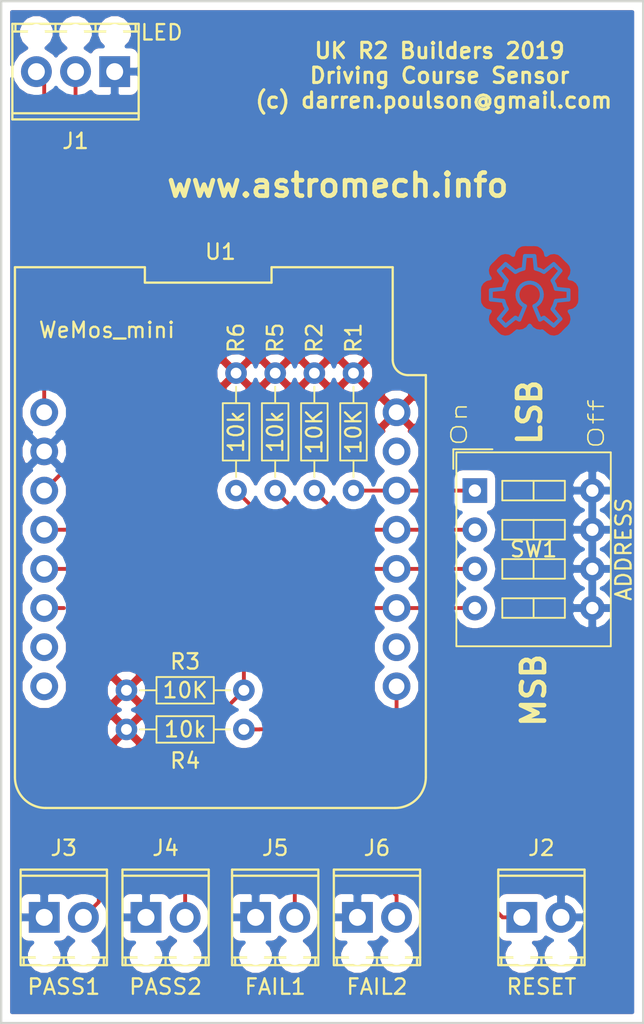
<source format=kicad_pcb>
(kicad_pcb (version 20171130) (host pcbnew 5.0.2-bee76a0~70~ubuntu18.04.1)

  (general
    (thickness 1.6)
    (drawings 11)
    (tracks 43)
    (zones 0)
    (modules 15)
    (nets 17)
  )

  (page A4)
  (layers
    (0 F.Cu signal hide)
    (31 B.Cu signal)
    (32 B.Adhes user)
    (33 F.Adhes user)
    (34 B.Paste user)
    (35 F.Paste user)
    (36 B.SilkS user)
    (37 F.SilkS user)
    (38 B.Mask user)
    (39 F.Mask user)
    (40 Dwgs.User user)
    (41 Cmts.User user)
    (42 Eco1.User user)
    (43 Eco2.User user)
    (44 Edge.Cuts user)
    (45 Margin user)
    (46 B.CrtYd user)
    (47 F.CrtYd user)
    (48 B.Fab user)
    (49 F.Fab user)
  )

  (setup
    (last_trace_width 0.25)
    (trace_clearance 0.2)
    (zone_clearance 0.508)
    (zone_45_only no)
    (trace_min 0.2)
    (segment_width 0.2)
    (edge_width 0.15)
    (via_size 0.8)
    (via_drill 0.4)
    (via_min_size 0.4)
    (via_min_drill 0.3)
    (uvia_size 0.3)
    (uvia_drill 0.1)
    (uvias_allowed no)
    (uvia_min_size 0.2)
    (uvia_min_drill 0.1)
    (pcb_text_width 0.3)
    (pcb_text_size 1.5 1.5)
    (mod_edge_width 0.15)
    (mod_text_size 1 1)
    (mod_text_width 0.15)
    (pad_size 1.524 1.524)
    (pad_drill 0.762)
    (pad_to_mask_clearance 0.051)
    (solder_mask_min_width 0.25)
    (aux_axis_origin 0 0)
    (visible_elements FFFFFF7F)
    (pcbplotparams
      (layerselection 0x010fc_ffffffff)
      (usegerberextensions true)
      (usegerberattributes false)
      (usegerberadvancedattributes false)
      (creategerberjobfile false)
      (excludeedgelayer true)
      (linewidth 0.100000)
      (plotframeref false)
      (viasonmask false)
      (mode 1)
      (useauxorigin false)
      (hpglpennumber 1)
      (hpglpenspeed 20)
      (hpglpendiameter 15.000000)
      (psnegative false)
      (psa4output false)
      (plotreference true)
      (plotvalue true)
      (plotinvisibletext false)
      (padsonsilk false)
      (subtractmaskfromsilk false)
      (outputformat 1)
      (mirror false)
      (drillshape 0)
      (scaleselection 1)
      (outputdirectory ""))
  )

  (net 0 "")
  (net 1 "Net-(J1-Pad2)")
  (net 2 GND)
  (net 3 +5V)
  (net 4 "Net-(J3-Pad2)")
  (net 5 "Net-(J5-Pad2)")
  (net 6 +3V3)
  (net 7 "Net-(U1-Pad7)")
  (net 8 "Net-(U1-Pad8)")
  (net 9 "Net-(R1-Pad2)")
  (net 10 "Net-(R2-Pad2)")
  (net 11 "Net-(R5-Pad2)")
  (net 12 "Net-(R6-Pad2)")
  (net 13 "Net-(J2-Pad1)")
  (net 14 "Net-(U1-Pad15)")
  (net 15 "Net-(U1-Pad6)")
  (net 16 "Net-(U1-Pad10)")

  (net_class Default "This is the default net class."
    (clearance 0.2)
    (trace_width 0.25)
    (via_dia 0.8)
    (via_drill 0.4)
    (uvia_dia 0.3)
    (uvia_drill 0.1)
    (add_net +3V3)
    (add_net +5V)
    (add_net GND)
    (add_net "Net-(J1-Pad2)")
    (add_net "Net-(J2-Pad1)")
    (add_net "Net-(J3-Pad2)")
    (add_net "Net-(J5-Pad2)")
    (add_net "Net-(R1-Pad2)")
    (add_net "Net-(R2-Pad2)")
    (add_net "Net-(R5-Pad2)")
    (add_net "Net-(R6-Pad2)")
    (add_net "Net-(U1-Pad10)")
    (add_net "Net-(U1-Pad15)")
    (add_net "Net-(U1-Pad6)")
    (add_net "Net-(U1-Pad7)")
    (add_net "Net-(U1-Pad8)")
  )

  (module wemos-d1-mini:wemos-d1-mini-with-pin-header (layer F.Cu) (tedit 5CAB5783) (tstamp 5CAD4E58)
    (at 151.384 112.776 270)
    (path /5C9C8FA5)
    (fp_text reference U1 (at -19.3 0) (layer F.SilkS)
      (effects (font (size 1 1) (thickness 0.15)))
    )
    (fp_text value WeMos_mini (at -14.224 7.366) (layer F.SilkS)
      (effects (font (size 1 1) (thickness 0.15)))
    )
    (fp_arc (start -12.48 -12.33) (end -11.48 -12.33) (angle 90) (layer F.CrtYd) (width 0.05))
    (fp_line (start -18.46 -11.33) (end -12.48 -11.33) (layer F.CrtYd) (width 0.05))
    (fp_line (start -11.48 -13.5) (end -11.48 -12.33) (layer F.CrtYd) (width 0.05))
    (fp_line (start -11.3 -13.33) (end -11.3 -13.33) (layer F.SilkS) (width 0.15))
    (fp_line (start -11.3 -12.17) (end -11.3 -13.33) (layer F.SilkS) (width 0.15))
    (fp_arc (start -12.3 -12.18) (end -11.3 -12.18) (angle 90) (layer F.SilkS) (width 0.15))
    (fp_line (start -18.3 -11.18) (end -12.3 -11.18) (layer F.SilkS) (width 0.15))
    (fp_arc (start 14.94 -11.5) (end 14.85 -13.5) (angle 92.57657183) (layer F.CrtYd) (width 0.05))
    (fp_arc (start 14.94 11.5) (end 16.94 11.5) (angle 90) (layer F.CrtYd) (width 0.05))
    (fp_arc (start 14.78 11.33) (end 16.78 11.33) (angle 90) (layer F.SilkS) (width 0.15))
    (fp_arc (start 14.78 -11.33) (end 14.78 -13.33) (angle 90) (layer F.SilkS) (width 0.15))
    (fp_line (start -18.46 13.5) (end -18.46 -11.33) (layer F.CrtYd) (width 0.05))
    (fp_line (start 14.94 13.5) (end -18.46 13.5) (layer F.CrtYd) (width 0.05))
    (fp_line (start 16.94 -11.5) (end 16.94 11.5) (layer F.CrtYd) (width 0.05))
    (fp_line (start -11.48 -13.5) (end 14.85 -13.5) (layer F.CrtYd) (width 0.05))
    (fp_line (start -18.3 4.9) (end -18.3 13.329999) (layer F.SilkS) (width 0.15))
    (fp_line (start -17.3 4.9) (end -18.3 4.9) (layer F.SilkS) (width 0.15))
    (fp_line (start -17.3 -3.32) (end -17.3 4.9) (layer F.SilkS) (width 0.15))
    (fp_line (start -18.3 -3.32) (end -17.3 -3.32) (layer F.SilkS) (width 0.15))
    (fp_line (start -18.3 -11.18) (end -18.3 -3.32) (layer F.SilkS) (width 0.15))
    (fp_line (start 14.78 -13.33) (end -11.3 -13.33) (layer F.SilkS) (width 0.15))
    (fp_line (start 16.78 11.33) (end 16.78 -11.33) (layer F.SilkS) (width 0.15))
    (fp_line (start -18.3 13.33) (end 14.78 13.33) (layer F.SilkS) (width 0.15))
    (pad 8 thru_hole circle (at 8.89 11.43 270) (size 1.8 1.8) (drill 1.016) (layers *.Cu *.Mask)
      (net 8 "Net-(U1-Pad8)"))
    (pad 9 thru_hole circle (at 8.89 -11.43 270) (size 1.8 1.8) (drill 1.016) (layers *.Cu *.Mask)
      (net 13 "Net-(J2-Pad1)"))
    (pad 7 thru_hole circle (at 6.35 11.43 270) (size 1.8 1.8) (drill 1.016) (layers *.Cu *.Mask)
      (net 7 "Net-(U1-Pad7)"))
    (pad 10 thru_hole circle (at 6.35 -11.43 270) (size 1.8 1.8) (drill 1.016) (layers *.Cu *.Mask)
      (net 16 "Net-(U1-Pad10)"))
    (pad 6 thru_hole circle (at 3.81 11.43 270) (size 1.8 1.8) (drill 1.016) (layers *.Cu *.Mask)
      (net 15 "Net-(U1-Pad6)"))
    (pad 11 thru_hole circle (at 3.81 -11.43 270) (size 1.8 1.8) (drill 1.016) (layers *.Cu *.Mask)
      (net 12 "Net-(R6-Pad2)"))
    (pad 5 thru_hole circle (at 1.27 11.43 270) (size 1.8 1.8) (drill 1.016) (layers *.Cu *.Mask)
      (net 4 "Net-(J3-Pad2)"))
    (pad 12 thru_hole circle (at 1.27 -11.43 270) (size 1.8 1.8) (drill 1.016) (layers *.Cu *.Mask)
      (net 11 "Net-(R5-Pad2)"))
    (pad 4 thru_hole circle (at -1.27 11.43 270) (size 1.8 1.8) (drill 1.016) (layers *.Cu *.Mask)
      (net 5 "Net-(J5-Pad2)"))
    (pad 13 thru_hole circle (at -1.27 -11.43 270) (size 1.8 1.8) (drill 1.016) (layers *.Cu *.Mask)
      (net 10 "Net-(R2-Pad2)"))
    (pad 3 thru_hole circle (at -3.81 11.43 270) (size 1.8 1.8) (drill 1.016) (layers *.Cu *.Mask)
      (net 1 "Net-(J1-Pad2)"))
    (pad 14 thru_hole circle (at -3.81 -11.43 270) (size 1.8 1.8) (drill 1.016) (layers *.Cu *.Mask)
      (net 9 "Net-(R1-Pad2)"))
    (pad 2 thru_hole circle (at -6.35 11.43 270) (size 1.8 1.8) (drill 1.016) (layers *.Cu *.Mask)
      (net 2 GND))
    (pad 15 thru_hole circle (at -6.35 -11.43 270) (size 1.8 1.8) (drill 1.016) (layers *.Cu *.Mask)
      (net 14 "Net-(U1-Pad15)"))
    (pad 1 thru_hole circle (at -8.89 11.43 270) (size 1.8 1.8) (drill 1.016) (layers *.Cu *.Mask)
      (net 3 +5V))
    (pad 16 thru_hole circle (at -8.89 -11.43 270) (size 1.8 1.8) (drill 1.016) (layers *.Cu *.Mask)
      (net 6 +3V3))
    (model ${KIPRJMOD}/3dshapes/wemos_d1_mini.3dshapes/d1_mini_shield.wrl
      (offset (xyz -17.89999973116897 -12.79999980776329 5.099999923405687))
      (scale (xyz 0.3937 0.3937 0.3937))
      (rotate (xyz 0 180 90))
    )
    (model ${KIPRJMOD}/3dshapes/wemos_d1_mini.3dshapes/TSW-108-05-G-S.wrl
      (offset (xyz 0 -11.39999982878918 2.599999960951919))
      (scale (xyz 0.3937 0.3937 0.3937))
      (rotate (xyz 90 0 0))
    )
    (model ${KIPRJMOD}/3dshapes/wemos_d1_mini.3dshapes/TSW-108-05-G-S.wrl
      (offset (xyz 0 11.39999982878918 2.599999960951919))
      (scale (xyz 0.3937 0.3937 0.3937))
      (rotate (xyz 90 0 0))
    )
  )

  (module TerminalBlocks_Phoenix:TerminalBlock_Phoenix_MPT-2.54mm_3pol (layer F.Cu) (tedit 5CAB56F9) (tstamp 5CAD4D7B)
    (at 144.526 81.788 180)
    (descr "3-way 2.54mm pitch terminal block, Phoenix MPT series")
    (path /5C9C9B27)
    (fp_text reference J1 (at 2.54 -4.50088 180) (layer F.SilkS)
      (effects (font (size 1 1) (thickness 0.15)))
    )
    (fp_text value LED (at -3.048 2.54 180) (layer F.SilkS)
      (effects (font (size 1 1) (thickness 0.15)))
    )
    (fp_text user %R (at 2.54 1.045 180) (layer F.Fab)
      (effects (font (size 1 1) (thickness 0.15)))
    )
    (fp_line (start -1.78 3.3) (end 6.86 3.3) (layer F.CrtYd) (width 0.05))
    (fp_line (start -1.78 -3.3) (end -1.78 3.3) (layer F.CrtYd) (width 0.05))
    (fp_line (start 6.86 -3.3) (end -1.78 -3.3) (layer F.CrtYd) (width 0.05))
    (fp_line (start 6.86 3.3) (end 6.86 -3.3) (layer F.CrtYd) (width 0.05))
    (fp_line (start 6.63956 -3.0988) (end -1.55956 -3.0988) (layer F.SilkS) (width 0.15))
    (fp_line (start 6.63956 -2.70002) (end -1.55956 -2.70002) (layer F.SilkS) (width 0.15))
    (fp_line (start 6.63956 2.60096) (end -1.55956 2.60096) (layer F.SilkS) (width 0.15))
    (fp_line (start -1.55956 3.0988) (end 6.63956 3.0988) (layer F.SilkS) (width 0.15))
    (fp_line (start 3.84048 2.60096) (end 3.84048 3.0988) (layer F.SilkS) (width 0.15))
    (fp_line (start -1.3589 3.0988) (end -1.3589 2.60096) (layer F.SilkS) (width 0.15))
    (fp_line (start 6.44144 2.60096) (end 6.44144 3.0988) (layer F.SilkS) (width 0.15))
    (fp_line (start 1.24206 3.0988) (end 1.24206 2.60096) (layer F.SilkS) (width 0.15))
    (fp_line (start 6.63956 3.0988) (end 6.63956 -3.0988) (layer F.SilkS) (width 0.15))
    (fp_line (start -1.55702 -3.0988) (end -1.55702 3.0988) (layer F.SilkS) (width 0.15))
    (pad 3 thru_hole oval (at 5.08 0 180) (size 1.99898 1.99898) (drill 1.09728) (layers *.Cu *.Mask)
      (net 3 +5V))
    (pad 1 thru_hole rect (at 0 0 180) (size 1.99898 1.99898) (drill 1.09728) (layers *.Cu *.Mask)
      (net 2 GND))
    (pad 2 thru_hole oval (at 2.54 0 180) (size 1.99898 1.99898) (drill 1.09728) (layers *.Cu *.Mask)
      (net 1 "Net-(J1-Pad2)"))
    (pad "" np_thru_hole circle (at 0 2.54 180) (size 1.1 1.1) (drill 1.1) (layers *.Cu *.Mask))
    (pad "" np_thru_hole circle (at 2.54 2.54 180) (size 1.1 1.1) (drill 1.1) (layers *.Cu *.Mask))
    (pad "" np_thru_hole circle (at 5.08 2.54 180) (size 1.1 1.1) (drill 1.1) (layers *.Cu *.Mask))
    (model ${KISYS3DMOD}/TerminalBlock_Phoenix.3dshapes/TerminalBlock_Phoenix_MPT-2.54mm_3pol.wrl
      (offset (xyz 2.539999961853027 0 0))
      (scale (xyz 1 1 1))
      (rotate (xyz 0 0 0))
    )
  )

  (module TerminalBlocks_Phoenix:TerminalBlock_Phoenix_MPT-2.54mm_2pol (layer F.Cu) (tedit 5CAB576B) (tstamp 5CAD4D91)
    (at 170.942 136.652)
    (descr "2-way 2.54mm pitch terminal block, Phoenix MPT series")
    (path /5C9C9A18)
    (fp_text reference J2 (at 1.27 -4.50088) (layer F.SilkS)
      (effects (font (size 1 1) (thickness 0.15)))
    )
    (fp_text value RESET (at 1.27 4.50088) (layer F.SilkS)
      (effects (font (size 1 1) (thickness 0.15)))
    )
    (fp_text user %R (at 1.27 1.045) (layer F.Fab)
      (effects (font (size 1 1) (thickness 0.15)))
    )
    (fp_line (start -1.7 -3.3) (end 4.3 -3.3) (layer F.CrtYd) (width 0.05))
    (fp_line (start -1.7 3.3) (end -1.7 -3.3) (layer F.CrtYd) (width 0.05))
    (fp_line (start 4.3 3.3) (end -1.7 3.3) (layer F.CrtYd) (width 0.05))
    (fp_line (start 4.3 -3.3) (end 4.3 3.3) (layer F.CrtYd) (width 0.05))
    (fp_line (start 4.06908 2.60096) (end -1.52908 2.60096) (layer F.SilkS) (width 0.15))
    (fp_line (start -1.33096 3.0988) (end -1.33096 2.60096) (layer F.SilkS) (width 0.15))
    (fp_line (start 3.87096 2.60096) (end 3.87096 3.0988) (layer F.SilkS) (width 0.15))
    (fp_line (start 1.27 3.0988) (end 1.27 2.60096) (layer F.SilkS) (width 0.15))
    (fp_line (start -1.52908 -2.70002) (end 4.06908 -2.70002) (layer F.SilkS) (width 0.15))
    (fp_line (start -1.52908 3.0988) (end 4.06908 3.0988) (layer F.SilkS) (width 0.15))
    (fp_line (start 4.06908 3.0988) (end 4.06908 -3.0988) (layer F.SilkS) (width 0.15))
    (fp_line (start 4.06908 -3.0988) (end -1.52908 -3.0988) (layer F.SilkS) (width 0.15))
    (fp_line (start -1.52908 -3.0988) (end -1.52908 3.0988) (layer F.SilkS) (width 0.15))
    (pad 2 thru_hole oval (at 2.54 0) (size 1.99898 1.99898) (drill 1.09728) (layers *.Cu *.Mask)
      (net 2 GND))
    (pad 1 thru_hole rect (at 0 0) (size 1.99898 1.99898) (drill 1.09728) (layers *.Cu *.Mask)
      (net 13 "Net-(J2-Pad1)"))
    (pad "" np_thru_hole circle (at 0 2.54) (size 1.1 1.1) (drill 1.1) (layers *.Cu *.Mask))
    (pad "" np_thru_hole circle (at 2.54 2.54) (size 1.1 1.1) (drill 1.1) (layers *.Cu *.Mask))
    (model ${KISYS3DMOD}/TerminalBlock_Phoenix.3dshapes/TerminalBlock_Phoenix_MPT-2.54mm_2pol.wrl
      (offset (xyz 1.269999980926514 0 0))
      (scale (xyz 1 1 1))
      (rotate (xyz 0 0 0))
    )
  )

  (module TerminalBlocks_Phoenix:TerminalBlock_Phoenix_MPT-2.54mm_2pol (layer F.Cu) (tedit 5CAB5758) (tstamp 5CAD4DA7)
    (at 139.954 136.652)
    (descr "2-way 2.54mm pitch terminal block, Phoenix MPT series")
    (path /5C9C9527)
    (fp_text reference J3 (at 1.27 -4.50088) (layer F.SilkS)
      (effects (font (size 1 1) (thickness 0.15)))
    )
    (fp_text value PASS1 (at 1.27 4.50088) (layer F.SilkS)
      (effects (font (size 1 1) (thickness 0.15)))
    )
    (fp_text user %R (at 1.27 1.045) (layer F.Fab)
      (effects (font (size 1 1) (thickness 0.15)))
    )
    (fp_line (start -1.7 -3.3) (end 4.3 -3.3) (layer F.CrtYd) (width 0.05))
    (fp_line (start -1.7 3.3) (end -1.7 -3.3) (layer F.CrtYd) (width 0.05))
    (fp_line (start 4.3 3.3) (end -1.7 3.3) (layer F.CrtYd) (width 0.05))
    (fp_line (start 4.3 -3.3) (end 4.3 3.3) (layer F.CrtYd) (width 0.05))
    (fp_line (start 4.06908 2.60096) (end -1.52908 2.60096) (layer F.SilkS) (width 0.15))
    (fp_line (start -1.33096 3.0988) (end -1.33096 2.60096) (layer F.SilkS) (width 0.15))
    (fp_line (start 3.87096 2.60096) (end 3.87096 3.0988) (layer F.SilkS) (width 0.15))
    (fp_line (start 1.27 3.0988) (end 1.27 2.60096) (layer F.SilkS) (width 0.15))
    (fp_line (start -1.52908 -2.70002) (end 4.06908 -2.70002) (layer F.SilkS) (width 0.15))
    (fp_line (start -1.52908 3.0988) (end 4.06908 3.0988) (layer F.SilkS) (width 0.15))
    (fp_line (start 4.06908 3.0988) (end 4.06908 -3.0988) (layer F.SilkS) (width 0.15))
    (fp_line (start 4.06908 -3.0988) (end -1.52908 -3.0988) (layer F.SilkS) (width 0.15))
    (fp_line (start -1.52908 -3.0988) (end -1.52908 3.0988) (layer F.SilkS) (width 0.15))
    (pad 2 thru_hole oval (at 2.54 0) (size 1.99898 1.99898) (drill 1.09728) (layers *.Cu *.Mask)
      (net 4 "Net-(J3-Pad2)"))
    (pad 1 thru_hole rect (at 0 0) (size 1.99898 1.99898) (drill 1.09728) (layers *.Cu *.Mask)
      (net 2 GND))
    (pad "" np_thru_hole circle (at 0 2.54) (size 1.1 1.1) (drill 1.1) (layers *.Cu *.Mask))
    (pad "" np_thru_hole circle (at 2.54 2.54) (size 1.1 1.1) (drill 1.1) (layers *.Cu *.Mask))
    (model ${KISYS3DMOD}/TerminalBlock_Phoenix.3dshapes/TerminalBlock_Phoenix_MPT-2.54mm_2pol.wrl
      (offset (xyz 1.269999980926514 0 0))
      (scale (xyz 1 1 1))
      (rotate (xyz 0 0 0))
    )
  )

  (module TerminalBlocks_Phoenix:TerminalBlock_Phoenix_MPT-2.54mm_2pol (layer F.Cu) (tedit 5CAB575C) (tstamp 5CAD4DBD)
    (at 146.558 136.652)
    (descr "2-way 2.54mm pitch terminal block, Phoenix MPT series")
    (path /5C9C95A5)
    (fp_text reference J4 (at 1.27 -4.50088) (layer F.SilkS)
      (effects (font (size 1 1) (thickness 0.15)))
    )
    (fp_text value PASS2 (at 1.27 4.50088) (layer F.SilkS)
      (effects (font (size 1 1) (thickness 0.15)))
    )
    (fp_text user %R (at 1.27 1.045) (layer F.Fab)
      (effects (font (size 1 1) (thickness 0.15)))
    )
    (fp_line (start -1.7 -3.3) (end 4.3 -3.3) (layer F.CrtYd) (width 0.05))
    (fp_line (start -1.7 3.3) (end -1.7 -3.3) (layer F.CrtYd) (width 0.05))
    (fp_line (start 4.3 3.3) (end -1.7 3.3) (layer F.CrtYd) (width 0.05))
    (fp_line (start 4.3 -3.3) (end 4.3 3.3) (layer F.CrtYd) (width 0.05))
    (fp_line (start 4.06908 2.60096) (end -1.52908 2.60096) (layer F.SilkS) (width 0.15))
    (fp_line (start -1.33096 3.0988) (end -1.33096 2.60096) (layer F.SilkS) (width 0.15))
    (fp_line (start 3.87096 2.60096) (end 3.87096 3.0988) (layer F.SilkS) (width 0.15))
    (fp_line (start 1.27 3.0988) (end 1.27 2.60096) (layer F.SilkS) (width 0.15))
    (fp_line (start -1.52908 -2.70002) (end 4.06908 -2.70002) (layer F.SilkS) (width 0.15))
    (fp_line (start -1.52908 3.0988) (end 4.06908 3.0988) (layer F.SilkS) (width 0.15))
    (fp_line (start 4.06908 3.0988) (end 4.06908 -3.0988) (layer F.SilkS) (width 0.15))
    (fp_line (start 4.06908 -3.0988) (end -1.52908 -3.0988) (layer F.SilkS) (width 0.15))
    (fp_line (start -1.52908 -3.0988) (end -1.52908 3.0988) (layer F.SilkS) (width 0.15))
    (pad 2 thru_hole oval (at 2.54 0) (size 1.99898 1.99898) (drill 1.09728) (layers *.Cu *.Mask)
      (net 4 "Net-(J3-Pad2)"))
    (pad 1 thru_hole rect (at 0 0) (size 1.99898 1.99898) (drill 1.09728) (layers *.Cu *.Mask)
      (net 2 GND))
    (pad "" np_thru_hole circle (at 0 2.54) (size 1.1 1.1) (drill 1.1) (layers *.Cu *.Mask))
    (pad "" np_thru_hole circle (at 2.54 2.54) (size 1.1 1.1) (drill 1.1) (layers *.Cu *.Mask))
    (model ${KISYS3DMOD}/TerminalBlock_Phoenix.3dshapes/TerminalBlock_Phoenix_MPT-2.54mm_2pol.wrl
      (offset (xyz 1.269999980926514 0 0))
      (scale (xyz 1 1 1))
      (rotate (xyz 0 0 0))
    )
  )

  (module TerminalBlocks_Phoenix:TerminalBlock_Phoenix_MPT-2.54mm_2pol (layer F.Cu) (tedit 5CAB5761) (tstamp 5CAD4DD3)
    (at 153.67 136.652)
    (descr "2-way 2.54mm pitch terminal block, Phoenix MPT series")
    (path /5C9C960F)
    (fp_text reference J5 (at 1.27 -4.50088) (layer F.SilkS)
      (effects (font (size 1 1) (thickness 0.15)))
    )
    (fp_text value FAIL1 (at 1.27 4.50088) (layer F.SilkS)
      (effects (font (size 1 1) (thickness 0.15)))
    )
    (fp_text user %R (at 1.27 1.045) (layer F.Fab)
      (effects (font (size 1 1) (thickness 0.15)))
    )
    (fp_line (start -1.7 -3.3) (end 4.3 -3.3) (layer F.CrtYd) (width 0.05))
    (fp_line (start -1.7 3.3) (end -1.7 -3.3) (layer F.CrtYd) (width 0.05))
    (fp_line (start 4.3 3.3) (end -1.7 3.3) (layer F.CrtYd) (width 0.05))
    (fp_line (start 4.3 -3.3) (end 4.3 3.3) (layer F.CrtYd) (width 0.05))
    (fp_line (start 4.06908 2.60096) (end -1.52908 2.60096) (layer F.SilkS) (width 0.15))
    (fp_line (start -1.33096 3.0988) (end -1.33096 2.60096) (layer F.SilkS) (width 0.15))
    (fp_line (start 3.87096 2.60096) (end 3.87096 3.0988) (layer F.SilkS) (width 0.15))
    (fp_line (start 1.27 3.0988) (end 1.27 2.60096) (layer F.SilkS) (width 0.15))
    (fp_line (start -1.52908 -2.70002) (end 4.06908 -2.70002) (layer F.SilkS) (width 0.15))
    (fp_line (start -1.52908 3.0988) (end 4.06908 3.0988) (layer F.SilkS) (width 0.15))
    (fp_line (start 4.06908 3.0988) (end 4.06908 -3.0988) (layer F.SilkS) (width 0.15))
    (fp_line (start 4.06908 -3.0988) (end -1.52908 -3.0988) (layer F.SilkS) (width 0.15))
    (fp_line (start -1.52908 -3.0988) (end -1.52908 3.0988) (layer F.SilkS) (width 0.15))
    (pad 2 thru_hole oval (at 2.54 0) (size 1.99898 1.99898) (drill 1.09728) (layers *.Cu *.Mask)
      (net 5 "Net-(J5-Pad2)"))
    (pad 1 thru_hole rect (at 0 0) (size 1.99898 1.99898) (drill 1.09728) (layers *.Cu *.Mask)
      (net 2 GND))
    (pad "" np_thru_hole circle (at 0 2.54) (size 1.1 1.1) (drill 1.1) (layers *.Cu *.Mask))
    (pad "" np_thru_hole circle (at 2.54 2.54) (size 1.1 1.1) (drill 1.1) (layers *.Cu *.Mask))
    (model ${KISYS3DMOD}/TerminalBlock_Phoenix.3dshapes/TerminalBlock_Phoenix_MPT-2.54mm_2pol.wrl
      (offset (xyz 1.269999980926514 0 0))
      (scale (xyz 1 1 1))
      (rotate (xyz 0 0 0))
    )
  )

  (module TerminalBlocks_Phoenix:TerminalBlock_Phoenix_MPT-2.54mm_2pol (layer F.Cu) (tedit 5CAB5765) (tstamp 5CB24D5F)
    (at 160.274 136.652)
    (descr "2-way 2.54mm pitch terminal block, Phoenix MPT series")
    (path /5C9C963F)
    (fp_text reference J6 (at 1.27 -4.50088) (layer F.SilkS)
      (effects (font (size 1 1) (thickness 0.15)))
    )
    (fp_text value FAIL2 (at 1.27 4.50088) (layer F.SilkS)
      (effects (font (size 1 1) (thickness 0.15)))
    )
    (fp_text user %R (at 1.27 1.045) (layer F.Fab)
      (effects (font (size 1 1) (thickness 0.15)))
    )
    (fp_line (start -1.7 -3.3) (end 4.3 -3.3) (layer F.CrtYd) (width 0.05))
    (fp_line (start -1.7 3.3) (end -1.7 -3.3) (layer F.CrtYd) (width 0.05))
    (fp_line (start 4.3 3.3) (end -1.7 3.3) (layer F.CrtYd) (width 0.05))
    (fp_line (start 4.3 -3.3) (end 4.3 3.3) (layer F.CrtYd) (width 0.05))
    (fp_line (start 4.06908 2.60096) (end -1.52908 2.60096) (layer F.SilkS) (width 0.15))
    (fp_line (start -1.33096 3.0988) (end -1.33096 2.60096) (layer F.SilkS) (width 0.15))
    (fp_line (start 3.87096 2.60096) (end 3.87096 3.0988) (layer F.SilkS) (width 0.15))
    (fp_line (start 1.27 3.0988) (end 1.27 2.60096) (layer F.SilkS) (width 0.15))
    (fp_line (start -1.52908 -2.70002) (end 4.06908 -2.70002) (layer F.SilkS) (width 0.15))
    (fp_line (start -1.52908 3.0988) (end 4.06908 3.0988) (layer F.SilkS) (width 0.15))
    (fp_line (start 4.06908 3.0988) (end 4.06908 -3.0988) (layer F.SilkS) (width 0.15))
    (fp_line (start 4.06908 -3.0988) (end -1.52908 -3.0988) (layer F.SilkS) (width 0.15))
    (fp_line (start -1.52908 -3.0988) (end -1.52908 3.0988) (layer F.SilkS) (width 0.15))
    (pad 2 thru_hole oval (at 2.54 0) (size 1.99898 1.99898) (drill 1.09728) (layers *.Cu *.Mask)
      (net 5 "Net-(J5-Pad2)"))
    (pad 1 thru_hole rect (at 0 0) (size 1.99898 1.99898) (drill 1.09728) (layers *.Cu *.Mask)
      (net 2 GND))
    (pad "" np_thru_hole circle (at 0 2.54) (size 1.1 1.1) (drill 1.1) (layers *.Cu *.Mask))
    (pad "" np_thru_hole circle (at 2.54 2.54) (size 1.1 1.1) (drill 1.1) (layers *.Cu *.Mask))
    (model ${KISYS3DMOD}/TerminalBlock_Phoenix.3dshapes/TerminalBlock_Phoenix_MPT-2.54mm_2pol.wrl
      (offset (xyz 1.269999980926514 0 0))
      (scale (xyz 1 1 1))
      (rotate (xyz 0 0 0))
    )
  )

  (module Buttons_Switches_THT:SW_DIP_x4_W7.62mm_Slide (layer F.Cu) (tedit 5CAB577A) (tstamp 5CADCCE9)
    (at 167.894 108.966)
    (descr "4x-dip-switch, Slide, row spacing 7.62 mm (300 mils)")
    (tags "DIP Switch Slide 7.62mm 300mil")
    (path /5C9C9005)
    (fp_text reference SW1 (at 3.81 3.81) (layer F.SilkS)
      (effects (font (size 1 1) (thickness 0.15)))
    )
    (fp_text value ADDRESS (at 9.652 3.81 90) (layer F.SilkS)
      (effects (font (size 1 1) (thickness 0.15)))
    )
    (fp_text user %R (at 3.81 3.81) (layer F.Fab)
      (effects (font (size 1 1) (thickness 0.15)))
    )
    (fp_line (start -1.4 -2.68) (end -1.4 -1.41) (layer F.SilkS) (width 0.12))
    (fp_line (start -1.4 -2.68) (end 1.14 -2.68) (layer F.SilkS) (width 0.12))
    (fp_line (start -0.08 -2.36) (end 8.7 -2.36) (layer F.Fab) (width 0.1))
    (fp_line (start 8.7 -2.36) (end 8.7 9.98) (layer F.Fab) (width 0.1))
    (fp_line (start 8.7 9.98) (end -1.08 9.98) (layer F.Fab) (width 0.1))
    (fp_line (start -1.08 9.98) (end -1.08 -1.36) (layer F.Fab) (width 0.1))
    (fp_line (start -1.08 -1.36) (end -0.08 -2.36) (layer F.Fab) (width 0.1))
    (fp_line (start 1.78 -0.635) (end 1.78 0.635) (layer F.Fab) (width 0.1))
    (fp_line (start 1.78 0.635) (end 5.84 0.635) (layer F.Fab) (width 0.1))
    (fp_line (start 5.84 0.635) (end 5.84 -0.635) (layer F.Fab) (width 0.1))
    (fp_line (start 5.84 -0.635) (end 1.78 -0.635) (layer F.Fab) (width 0.1))
    (fp_line (start 3.81 -0.635) (end 3.81 0.635) (layer F.Fab) (width 0.1))
    (fp_line (start 1.78 1.905) (end 1.78 3.175) (layer F.Fab) (width 0.1))
    (fp_line (start 1.78 3.175) (end 5.84 3.175) (layer F.Fab) (width 0.1))
    (fp_line (start 5.84 3.175) (end 5.84 1.905) (layer F.Fab) (width 0.1))
    (fp_line (start 5.84 1.905) (end 1.78 1.905) (layer F.Fab) (width 0.1))
    (fp_line (start 3.81 1.905) (end 3.81 3.175) (layer F.Fab) (width 0.1))
    (fp_line (start 1.78 4.445) (end 1.78 5.715) (layer F.Fab) (width 0.1))
    (fp_line (start 1.78 5.715) (end 5.84 5.715) (layer F.Fab) (width 0.1))
    (fp_line (start 5.84 5.715) (end 5.84 4.445) (layer F.Fab) (width 0.1))
    (fp_line (start 5.84 4.445) (end 1.78 4.445) (layer F.Fab) (width 0.1))
    (fp_line (start 3.81 4.445) (end 3.81 5.715) (layer F.Fab) (width 0.1))
    (fp_line (start 1.78 6.985) (end 1.78 8.255) (layer F.Fab) (width 0.1))
    (fp_line (start 1.78 8.255) (end 5.84 8.255) (layer F.Fab) (width 0.1))
    (fp_line (start 5.84 8.255) (end 5.84 6.985) (layer F.Fab) (width 0.1))
    (fp_line (start 5.84 6.985) (end 1.78 6.985) (layer F.Fab) (width 0.1))
    (fp_line (start 3.81 6.985) (end 3.81 8.255) (layer F.Fab) (width 0.1))
    (fp_line (start -1.2 -2.48) (end 8.82 -2.48) (layer F.SilkS) (width 0.12))
    (fp_line (start 8.82 -2.48) (end 8.82 10.1) (layer F.SilkS) (width 0.12))
    (fp_line (start 8.82 10.1) (end -1.2 10.1) (layer F.SilkS) (width 0.12))
    (fp_line (start -1.2 10.1) (end -1.2 -2.48) (layer F.SilkS) (width 0.12))
    (fp_line (start 1.78 -0.635) (end 1.78 0.635) (layer F.SilkS) (width 0.12))
    (fp_line (start 1.78 0.635) (end 5.84 0.635) (layer F.SilkS) (width 0.12))
    (fp_line (start 5.84 0.635) (end 5.84 -0.635) (layer F.SilkS) (width 0.12))
    (fp_line (start 5.84 -0.635) (end 1.78 -0.635) (layer F.SilkS) (width 0.12))
    (fp_line (start 3.81 -0.635) (end 3.81 0.635) (layer F.SilkS) (width 0.12))
    (fp_line (start 1.78 1.905) (end 1.78 3.175) (layer F.SilkS) (width 0.12))
    (fp_line (start 1.78 3.175) (end 5.84 3.175) (layer F.SilkS) (width 0.12))
    (fp_line (start 5.84 3.175) (end 5.84 1.905) (layer F.SilkS) (width 0.12))
    (fp_line (start 5.84 1.905) (end 1.78 1.905) (layer F.SilkS) (width 0.12))
    (fp_line (start 3.81 1.905) (end 3.81 3.175) (layer F.SilkS) (width 0.12))
    (fp_line (start 1.78 4.445) (end 1.78 5.715) (layer F.SilkS) (width 0.12))
    (fp_line (start 1.78 5.715) (end 5.84 5.715) (layer F.SilkS) (width 0.12))
    (fp_line (start 5.84 5.715) (end 5.84 4.445) (layer F.SilkS) (width 0.12))
    (fp_line (start 5.84 4.445) (end 1.78 4.445) (layer F.SilkS) (width 0.12))
    (fp_line (start 3.81 4.445) (end 3.81 5.715) (layer F.SilkS) (width 0.12))
    (fp_line (start 1.78 6.985) (end 1.78 8.255) (layer F.SilkS) (width 0.12))
    (fp_line (start 1.78 8.255) (end 5.84 8.255) (layer F.SilkS) (width 0.12))
    (fp_line (start 5.84 8.255) (end 5.84 6.985) (layer F.SilkS) (width 0.12))
    (fp_line (start 5.84 6.985) (end 1.78 6.985) (layer F.SilkS) (width 0.12))
    (fp_line (start 3.81 6.985) (end 3.81 8.255) (layer F.SilkS) (width 0.12))
    (fp_line (start -1.4 -2.7) (end -1.4 10.3) (layer F.CrtYd) (width 0.05))
    (fp_line (start -1.4 10.3) (end 9 10.3) (layer F.CrtYd) (width 0.05))
    (fp_line (start 9 10.3) (end 9 -2.7) (layer F.CrtYd) (width 0.05))
    (fp_line (start 9 -2.7) (end -1.4 -2.7) (layer F.CrtYd) (width 0.05))
    (pad 1 thru_hole rect (at 0 0) (size 1.6 1.6) (drill 0.8) (layers *.Cu *.Mask)
      (net 9 "Net-(R1-Pad2)"))
    (pad 5 thru_hole oval (at 7.62 7.62) (size 1.6 1.6) (drill 0.8) (layers *.Cu *.Mask)
      (net 2 GND))
    (pad 2 thru_hole oval (at 0 2.54) (size 1.6 1.6) (drill 0.8) (layers *.Cu *.Mask)
      (net 10 "Net-(R2-Pad2)"))
    (pad 6 thru_hole oval (at 7.62 5.08) (size 1.6 1.6) (drill 0.8) (layers *.Cu *.Mask)
      (net 2 GND))
    (pad 3 thru_hole oval (at 0 5.08) (size 1.6 1.6) (drill 0.8) (layers *.Cu *.Mask)
      (net 11 "Net-(R5-Pad2)"))
    (pad 7 thru_hole oval (at 7.62 2.54) (size 1.6 1.6) (drill 0.8) (layers *.Cu *.Mask)
      (net 2 GND))
    (pad 4 thru_hole oval (at 0 7.62) (size 1.6 1.6) (drill 0.8) (layers *.Cu *.Mask)
      (net 12 "Net-(R6-Pad2)"))
    (pad 8 thru_hole oval (at 7.62 0) (size 1.6 1.6) (drill 0.8) (layers *.Cu *.Mask)
      (net 2 GND))
    (model ${KISYS3DMOD}/Buttons_Switches_THT.3dshapes/SW_DIP_x4_W7.62mm_Slide.wrl
      (at (xyz 0 0 0))
      (scale (xyz 1 1 1))
      (rotate (xyz 0 0 90))
    )
  )

  (module Resistors_THT:R_Axial_DIN0204_L3.6mm_D1.6mm_P7.62mm_Horizontal (layer F.Cu) (tedit 5CAB573C) (tstamp 5CC15C8E)
    (at 160.02 101.346 270)
    (descr "Resistor, Axial_DIN0204 series, Axial, Horizontal, pin pitch=7.62mm, 0.16666666666666666W = 1/6W, length*diameter=3.6*1.6mm^2, http://cdn-reichelt.de/documents/datenblatt/B400/1_4W%23YAG.pdf")
    (tags "Resistor Axial_DIN0204 series Axial Horizontal pin pitch 7.62mm 0.16666666666666666W = 1/6W length 3.6mm diameter 1.6mm")
    (path /5CA3D6F2)
    (fp_text reference R1 (at -2.286 0 270) (layer F.SilkS)
      (effects (font (size 1 1) (thickness 0.15)))
    )
    (fp_text value 10K (at 3.81 0 270) (layer F.SilkS)
      (effects (font (size 1 1) (thickness 0.15)))
    )
    (fp_line (start 2.01 -0.8) (end 2.01 0.8) (layer F.Fab) (width 0.1))
    (fp_line (start 2.01 0.8) (end 5.61 0.8) (layer F.Fab) (width 0.1))
    (fp_line (start 5.61 0.8) (end 5.61 -0.8) (layer F.Fab) (width 0.1))
    (fp_line (start 5.61 -0.8) (end 2.01 -0.8) (layer F.Fab) (width 0.1))
    (fp_line (start 0 0) (end 2.01 0) (layer F.Fab) (width 0.1))
    (fp_line (start 7.62 0) (end 5.61 0) (layer F.Fab) (width 0.1))
    (fp_line (start 1.95 -0.86) (end 1.95 0.86) (layer F.SilkS) (width 0.12))
    (fp_line (start 1.95 0.86) (end 5.67 0.86) (layer F.SilkS) (width 0.12))
    (fp_line (start 5.67 0.86) (end 5.67 -0.86) (layer F.SilkS) (width 0.12))
    (fp_line (start 5.67 -0.86) (end 1.95 -0.86) (layer F.SilkS) (width 0.12))
    (fp_line (start 0.88 0) (end 1.95 0) (layer F.SilkS) (width 0.12))
    (fp_line (start 6.74 0) (end 5.67 0) (layer F.SilkS) (width 0.12))
    (fp_line (start -0.95 -1.15) (end -0.95 1.15) (layer F.CrtYd) (width 0.05))
    (fp_line (start -0.95 1.15) (end 8.6 1.15) (layer F.CrtYd) (width 0.05))
    (fp_line (start 8.6 1.15) (end 8.6 -1.15) (layer F.CrtYd) (width 0.05))
    (fp_line (start 8.6 -1.15) (end -0.95 -1.15) (layer F.CrtYd) (width 0.05))
    (pad 1 thru_hole circle (at 0 0 270) (size 1.4 1.4) (drill 0.7) (layers *.Cu *.Mask)
      (net 6 +3V3))
    (pad 2 thru_hole oval (at 7.62 0 270) (size 1.4 1.4) (drill 0.7) (layers *.Cu *.Mask)
      (net 9 "Net-(R1-Pad2)"))
    (model ${KISYS3DMOD}/Resistors_THT.3dshapes/R_Axial_DIN0204_L3.6mm_D1.6mm_P7.62mm_Horizontal.wrl
      (at (xyz 0 0 0))
      (scale (xyz 0.393701 0.393701 0.393701))
      (rotate (xyz 0 0 0))
    )
  )

  (module Resistors_THT:R_Axial_DIN0204_L3.6mm_D1.6mm_P7.62mm_Horizontal (layer F.Cu) (tedit 5CAB5737) (tstamp 5CC15A7A)
    (at 157.48 101.346 270)
    (descr "Resistor, Axial_DIN0204 series, Axial, Horizontal, pin pitch=7.62mm, 0.16666666666666666W = 1/6W, length*diameter=3.6*1.6mm^2, http://cdn-reichelt.de/documents/datenblatt/B400/1_4W%23YAG.pdf")
    (tags "Resistor Axial_DIN0204 series Axial Horizontal pin pitch 7.62mm 0.16666666666666666W = 1/6W length 3.6mm diameter 1.6mm")
    (path /5CA3D78D)
    (fp_text reference R2 (at -2.286 0 270) (layer F.SilkS)
      (effects (font (size 1 1) (thickness 0.15)))
    )
    (fp_text value 10K (at 3.81 0 270) (layer F.SilkS)
      (effects (font (size 1 1) (thickness 0.15)))
    )
    (fp_line (start 2.01 -0.8) (end 2.01 0.8) (layer F.Fab) (width 0.1))
    (fp_line (start 2.01 0.8) (end 5.61 0.8) (layer F.Fab) (width 0.1))
    (fp_line (start 5.61 0.8) (end 5.61 -0.8) (layer F.Fab) (width 0.1))
    (fp_line (start 5.61 -0.8) (end 2.01 -0.8) (layer F.Fab) (width 0.1))
    (fp_line (start 0 0) (end 2.01 0) (layer F.Fab) (width 0.1))
    (fp_line (start 7.62 0) (end 5.61 0) (layer F.Fab) (width 0.1))
    (fp_line (start 1.95 -0.86) (end 1.95 0.86) (layer F.SilkS) (width 0.12))
    (fp_line (start 1.95 0.86) (end 5.67 0.86) (layer F.SilkS) (width 0.12))
    (fp_line (start 5.67 0.86) (end 5.67 -0.86) (layer F.SilkS) (width 0.12))
    (fp_line (start 5.67 -0.86) (end 1.95 -0.86) (layer F.SilkS) (width 0.12))
    (fp_line (start 0.88 0) (end 1.95 0) (layer F.SilkS) (width 0.12))
    (fp_line (start 6.74 0) (end 5.67 0) (layer F.SilkS) (width 0.12))
    (fp_line (start -0.95 -1.15) (end -0.95 1.15) (layer F.CrtYd) (width 0.05))
    (fp_line (start -0.95 1.15) (end 8.6 1.15) (layer F.CrtYd) (width 0.05))
    (fp_line (start 8.6 1.15) (end 8.6 -1.15) (layer F.CrtYd) (width 0.05))
    (fp_line (start 8.6 -1.15) (end -0.95 -1.15) (layer F.CrtYd) (width 0.05))
    (pad 1 thru_hole circle (at 0 0 270) (size 1.4 1.4) (drill 0.7) (layers *.Cu *.Mask)
      (net 6 +3V3))
    (pad 2 thru_hole oval (at 7.62 0 270) (size 1.4 1.4) (drill 0.7) (layers *.Cu *.Mask)
      (net 10 "Net-(R2-Pad2)"))
    (model ${KISYS3DMOD}/Resistors_THT.3dshapes/R_Axial_DIN0204_L3.6mm_D1.6mm_P7.62mm_Horizontal.wrl
      (at (xyz 0 0 0))
      (scale (xyz 0.393701 0.393701 0.393701))
      (rotate (xyz 0 0 0))
    )
  )

  (module Resistors_THT:R_Axial_DIN0204_L3.6mm_D1.6mm_P7.62mm_Horizontal (layer F.Cu) (tedit 5CAB574C) (tstamp 5CC15A90)
    (at 145.288 121.92)
    (descr "Resistor, Axial_DIN0204 series, Axial, Horizontal, pin pitch=7.62mm, 0.16666666666666666W = 1/6W, length*diameter=3.6*1.6mm^2, http://cdn-reichelt.de/documents/datenblatt/B400/1_4W%23YAG.pdf")
    (tags "Resistor Axial_DIN0204 series Axial Horizontal pin pitch 7.62mm 0.16666666666666666W = 1/6W length 3.6mm diameter 1.6mm")
    (path /5CA3D988)
    (fp_text reference R3 (at 3.81 -1.86) (layer F.SilkS)
      (effects (font (size 1 1) (thickness 0.15)))
    )
    (fp_text value 10K (at 3.81 0) (layer F.SilkS)
      (effects (font (size 1 1) (thickness 0.15)))
    )
    (fp_line (start 2.01 -0.8) (end 2.01 0.8) (layer F.Fab) (width 0.1))
    (fp_line (start 2.01 0.8) (end 5.61 0.8) (layer F.Fab) (width 0.1))
    (fp_line (start 5.61 0.8) (end 5.61 -0.8) (layer F.Fab) (width 0.1))
    (fp_line (start 5.61 -0.8) (end 2.01 -0.8) (layer F.Fab) (width 0.1))
    (fp_line (start 0 0) (end 2.01 0) (layer F.Fab) (width 0.1))
    (fp_line (start 7.62 0) (end 5.61 0) (layer F.Fab) (width 0.1))
    (fp_line (start 1.95 -0.86) (end 1.95 0.86) (layer F.SilkS) (width 0.12))
    (fp_line (start 1.95 0.86) (end 5.67 0.86) (layer F.SilkS) (width 0.12))
    (fp_line (start 5.67 0.86) (end 5.67 -0.86) (layer F.SilkS) (width 0.12))
    (fp_line (start 5.67 -0.86) (end 1.95 -0.86) (layer F.SilkS) (width 0.12))
    (fp_line (start 0.88 0) (end 1.95 0) (layer F.SilkS) (width 0.12))
    (fp_line (start 6.74 0) (end 5.67 0) (layer F.SilkS) (width 0.12))
    (fp_line (start -0.95 -1.15) (end -0.95 1.15) (layer F.CrtYd) (width 0.05))
    (fp_line (start -0.95 1.15) (end 8.6 1.15) (layer F.CrtYd) (width 0.05))
    (fp_line (start 8.6 1.15) (end 8.6 -1.15) (layer F.CrtYd) (width 0.05))
    (fp_line (start 8.6 -1.15) (end -0.95 -1.15) (layer F.CrtYd) (width 0.05))
    (pad 1 thru_hole circle (at 0 0) (size 1.4 1.4) (drill 0.7) (layers *.Cu *.Mask)
      (net 6 +3V3))
    (pad 2 thru_hole oval (at 7.62 0) (size 1.4 1.4) (drill 0.7) (layers *.Cu *.Mask)
      (net 4 "Net-(J3-Pad2)"))
    (model ${KISYS3DMOD}/Resistors_THT.3dshapes/R_Axial_DIN0204_L3.6mm_D1.6mm_P7.62mm_Horizontal.wrl
      (at (xyz 0 0 0))
      (scale (xyz 0.393701 0.393701 0.393701))
      (rotate (xyz 0 0 0))
    )
  )

  (module Resistors_THT:R_Axial_DIN0204_L3.6mm_D1.6mm_P7.62mm_Horizontal (layer F.Cu) (tedit 5CAB5752) (tstamp 5CC15AA6)
    (at 145.288 124.46)
    (descr "Resistor, Axial_DIN0204 series, Axial, Horizontal, pin pitch=7.62mm, 0.16666666666666666W = 1/6W, length*diameter=3.6*1.6mm^2, http://cdn-reichelt.de/documents/datenblatt/B400/1_4W%23YAG.pdf")
    (tags "Resistor Axial_DIN0204 series Axial Horizontal pin pitch 7.62mm 0.16666666666666666W = 1/6W length 3.6mm diameter 1.6mm")
    (path /5CA3DA4D)
    (fp_text reference R4 (at 3.81 2.032) (layer F.SilkS)
      (effects (font (size 1 1) (thickness 0.15)))
    )
    (fp_text value 10k (at 3.81 0) (layer F.SilkS)
      (effects (font (size 1 1) (thickness 0.15)))
    )
    (fp_line (start 2.01 -0.8) (end 2.01 0.8) (layer F.Fab) (width 0.1))
    (fp_line (start 2.01 0.8) (end 5.61 0.8) (layer F.Fab) (width 0.1))
    (fp_line (start 5.61 0.8) (end 5.61 -0.8) (layer F.Fab) (width 0.1))
    (fp_line (start 5.61 -0.8) (end 2.01 -0.8) (layer F.Fab) (width 0.1))
    (fp_line (start 0 0) (end 2.01 0) (layer F.Fab) (width 0.1))
    (fp_line (start 7.62 0) (end 5.61 0) (layer F.Fab) (width 0.1))
    (fp_line (start 1.95 -0.86) (end 1.95 0.86) (layer F.SilkS) (width 0.12))
    (fp_line (start 1.95 0.86) (end 5.67 0.86) (layer F.SilkS) (width 0.12))
    (fp_line (start 5.67 0.86) (end 5.67 -0.86) (layer F.SilkS) (width 0.12))
    (fp_line (start 5.67 -0.86) (end 1.95 -0.86) (layer F.SilkS) (width 0.12))
    (fp_line (start 0.88 0) (end 1.95 0) (layer F.SilkS) (width 0.12))
    (fp_line (start 6.74 0) (end 5.67 0) (layer F.SilkS) (width 0.12))
    (fp_line (start -0.95 -1.15) (end -0.95 1.15) (layer F.CrtYd) (width 0.05))
    (fp_line (start -0.95 1.15) (end 8.6 1.15) (layer F.CrtYd) (width 0.05))
    (fp_line (start 8.6 1.15) (end 8.6 -1.15) (layer F.CrtYd) (width 0.05))
    (fp_line (start 8.6 -1.15) (end -0.95 -1.15) (layer F.CrtYd) (width 0.05))
    (pad 1 thru_hole circle (at 0 0) (size 1.4 1.4) (drill 0.7) (layers *.Cu *.Mask)
      (net 6 +3V3))
    (pad 2 thru_hole oval (at 7.62 0) (size 1.4 1.4) (drill 0.7) (layers *.Cu *.Mask)
      (net 5 "Net-(J5-Pad2)"))
    (model ${KISYS3DMOD}/Resistors_THT.3dshapes/R_Axial_DIN0204_L3.6mm_D1.6mm_P7.62mm_Horizontal.wrl
      (at (xyz 0 0 0))
      (scale (xyz 0.393701 0.393701 0.393701))
      (rotate (xyz 0 0 0))
    )
  )

  (module Resistors_THT:R_Axial_DIN0204_L3.6mm_D1.6mm_P7.62mm_Horizontal (layer F.Cu) (tedit 5CAB5733) (tstamp 5CC15ABC)
    (at 154.94 101.346 270)
    (descr "Resistor, Axial_DIN0204 series, Axial, Horizontal, pin pitch=7.62mm, 0.16666666666666666W = 1/6W, length*diameter=3.6*1.6mm^2, http://cdn-reichelt.de/documents/datenblatt/B400/1_4W%23YAG.pdf")
    (tags "Resistor Axial_DIN0204 series Axial Horizontal pin pitch 7.62mm 0.16666666666666666W = 1/6W length 3.6mm diameter 1.6mm")
    (path /5CA3D817)
    (fp_text reference R5 (at -2.286 0 270) (layer F.SilkS)
      (effects (font (size 1 1) (thickness 0.15)))
    )
    (fp_text value 10k (at 3.81 0 270) (layer F.SilkS)
      (effects (font (size 1 1) (thickness 0.15)))
    )
    (fp_line (start 2.01 -0.8) (end 2.01 0.8) (layer F.Fab) (width 0.1))
    (fp_line (start 2.01 0.8) (end 5.61 0.8) (layer F.Fab) (width 0.1))
    (fp_line (start 5.61 0.8) (end 5.61 -0.8) (layer F.Fab) (width 0.1))
    (fp_line (start 5.61 -0.8) (end 2.01 -0.8) (layer F.Fab) (width 0.1))
    (fp_line (start 0 0) (end 2.01 0) (layer F.Fab) (width 0.1))
    (fp_line (start 7.62 0) (end 5.61 0) (layer F.Fab) (width 0.1))
    (fp_line (start 1.95 -0.86) (end 1.95 0.86) (layer F.SilkS) (width 0.12))
    (fp_line (start 1.95 0.86) (end 5.67 0.86) (layer F.SilkS) (width 0.12))
    (fp_line (start 5.67 0.86) (end 5.67 -0.86) (layer F.SilkS) (width 0.12))
    (fp_line (start 5.67 -0.86) (end 1.95 -0.86) (layer F.SilkS) (width 0.12))
    (fp_line (start 0.88 0) (end 1.95 0) (layer F.SilkS) (width 0.12))
    (fp_line (start 6.74 0) (end 5.67 0) (layer F.SilkS) (width 0.12))
    (fp_line (start -0.95 -1.15) (end -0.95 1.15) (layer F.CrtYd) (width 0.05))
    (fp_line (start -0.95 1.15) (end 8.6 1.15) (layer F.CrtYd) (width 0.05))
    (fp_line (start 8.6 1.15) (end 8.6 -1.15) (layer F.CrtYd) (width 0.05))
    (fp_line (start 8.6 -1.15) (end -0.95 -1.15) (layer F.CrtYd) (width 0.05))
    (pad 1 thru_hole circle (at 0 0 270) (size 1.4 1.4) (drill 0.7) (layers *.Cu *.Mask)
      (net 6 +3V3))
    (pad 2 thru_hole oval (at 7.62 0 270) (size 1.4 1.4) (drill 0.7) (layers *.Cu *.Mask)
      (net 11 "Net-(R5-Pad2)"))
    (model ${KISYS3DMOD}/Resistors_THT.3dshapes/R_Axial_DIN0204_L3.6mm_D1.6mm_P7.62mm_Horizontal.wrl
      (at (xyz 0 0 0))
      (scale (xyz 0.393701 0.393701 0.393701))
      (rotate (xyz 0 0 0))
    )
  )

  (module Resistors_THT:R_Axial_DIN0204_L3.6mm_D1.6mm_P7.62mm_Horizontal (layer F.Cu) (tedit 5CAB572D) (tstamp 5CC15AD2)
    (at 152.4 101.346 270)
    (descr "Resistor, Axial_DIN0204 series, Axial, Horizontal, pin pitch=7.62mm, 0.16666666666666666W = 1/6W, length*diameter=3.6*1.6mm^2, http://cdn-reichelt.de/documents/datenblatt/B400/1_4W%23YAG.pdf")
    (tags "Resistor Axial_DIN0204 series Axial Horizontal pin pitch 7.62mm 0.16666666666666666W = 1/6W length 3.6mm diameter 1.6mm")
    (path /5CA3D8B4)
    (fp_text reference R6 (at -2.286 0 270) (layer F.SilkS)
      (effects (font (size 1 1) (thickness 0.15)))
    )
    (fp_text value 10k (at 3.81 0 270) (layer F.SilkS)
      (effects (font (size 1 1) (thickness 0.15)))
    )
    (fp_line (start 2.01 -0.8) (end 2.01 0.8) (layer F.Fab) (width 0.1))
    (fp_line (start 2.01 0.8) (end 5.61 0.8) (layer F.Fab) (width 0.1))
    (fp_line (start 5.61 0.8) (end 5.61 -0.8) (layer F.Fab) (width 0.1))
    (fp_line (start 5.61 -0.8) (end 2.01 -0.8) (layer F.Fab) (width 0.1))
    (fp_line (start 0 0) (end 2.01 0) (layer F.Fab) (width 0.1))
    (fp_line (start 7.62 0) (end 5.61 0) (layer F.Fab) (width 0.1))
    (fp_line (start 1.95 -0.86) (end 1.95 0.86) (layer F.SilkS) (width 0.12))
    (fp_line (start 1.95 0.86) (end 5.67 0.86) (layer F.SilkS) (width 0.12))
    (fp_line (start 5.67 0.86) (end 5.67 -0.86) (layer F.SilkS) (width 0.12))
    (fp_line (start 5.67 -0.86) (end 1.95 -0.86) (layer F.SilkS) (width 0.12))
    (fp_line (start 0.88 0) (end 1.95 0) (layer F.SilkS) (width 0.12))
    (fp_line (start 6.74 0) (end 5.67 0) (layer F.SilkS) (width 0.12))
    (fp_line (start -0.95 -1.15) (end -0.95 1.15) (layer F.CrtYd) (width 0.05))
    (fp_line (start -0.95 1.15) (end 8.6 1.15) (layer F.CrtYd) (width 0.05))
    (fp_line (start 8.6 1.15) (end 8.6 -1.15) (layer F.CrtYd) (width 0.05))
    (fp_line (start 8.6 -1.15) (end -0.95 -1.15) (layer F.CrtYd) (width 0.05))
    (pad 1 thru_hole circle (at 0 0 270) (size 1.4 1.4) (drill 0.7) (layers *.Cu *.Mask)
      (net 6 +3V3))
    (pad 2 thru_hole oval (at 7.62 0 270) (size 1.4 1.4) (drill 0.7) (layers *.Cu *.Mask)
      (net 12 "Net-(R6-Pad2)"))
    (model ${KISYS3DMOD}/Resistors_THT.3dshapes/R_Axial_DIN0204_L3.6mm_D1.6mm_P7.62mm_Horizontal.wrl
      (at (xyz 0 0 0))
      (scale (xyz 0.393701 0.393701 0.393701))
      (rotate (xyz 0 0 0))
    )
  )

  (module adafruit:OSHWLOGO_TOP_0.2 (layer F.Cu) (tedit 200000) (tstamp 5CB8EAEA)
    (at 171.45 96.266)
    (attr virtual)
    (fp_text reference "" (at 0 0) (layer F.SilkS)
      (effects (font (size 1.27 1.27) (thickness 0.15)))
    )
    (fp_text value "" (at 0 0) (layer F.SilkS)
      (effects (font (size 1.27 1.27) (thickness 0.15)))
    )
    (fp_arc (start 0 0) (end -0.79248 0) (angle 247.4) (layer Dwgs.User) (width 0.254))
    (fp_arc (start 0 0) (end -0.30226 0.73152) (angle 67.5) (layer Dwgs.User) (width 0.254))
    (fp_arc (start 0 0) (end -0.66802 1.6129) (angle 9.5) (layer Dwgs.User) (width 0.254))
    (fp_arc (start 0 0) (end -1.48082 0.92456) (angle 19) (layer Dwgs.User) (width 0.254))
    (fp_arc (start 0 0) (end -1.69926 -0.39116) (angle 19) (layer Dwgs.User) (width 0.254))
    (fp_arc (start 0 0) (end -0.92456 -1.48082) (angle 19) (layer Dwgs.User) (width 0.254))
    (fp_arc (start 0 0) (end 0.39116 -1.69926) (angle 19) (layer Dwgs.User) (width 0.254))
    (fp_arc (start 0 0) (end 1.48082 -0.92456) (angle 19) (layer Dwgs.User) (width 0.254))
    (fp_arc (start 0 0) (end 1.69926 0.39116) (angle 19) (layer Dwgs.User) (width 0.254))
    (fp_arc (start 0 0) (end 0.92456 1.48082) (angle 9.5) (layer Dwgs.User) (width 0.254))
    (fp_line (start 0.30226 0.73152) (end 0.66802 1.6129) (layer B.Cu) (width 0.254))
    (fp_line (start 0.44704 0.65532) (end 0.30226 0.73152) (layer B.Cu) (width 0.254))
    (fp_line (start 0.5715 0.54864) (end 0.44704 0.65532) (layer B.Cu) (width 0.254))
    (fp_line (start 0.67056 0.42164) (end 0.5715 0.54864) (layer B.Cu) (width 0.254))
    (fp_line (start 0.74168 0.27432) (end 0.67056 0.42164) (layer B.Cu) (width 0.254))
    (fp_line (start 0.78232 0.11684) (end 0.74168 0.27432) (layer B.Cu) (width 0.254))
    (fp_line (start 0.78994 -0.04318) (end 0.78232 0.11684) (layer B.Cu) (width 0.254))
    (fp_line (start 0.76454 -0.2032) (end 0.78994 -0.04318) (layer B.Cu) (width 0.254))
    (fp_line (start 0.70612 -0.3556) (end 0.76454 -0.2032) (layer B.Cu) (width 0.254))
    (fp_line (start 0.61976 -0.49276) (end 0.70612 -0.3556) (layer B.Cu) (width 0.254))
    (fp_line (start 0.50546 -0.6096) (end 0.61976 -0.49276) (layer B.Cu) (width 0.254))
    (fp_line (start 0.37084 -0.70104) (end 0.50546 -0.6096) (layer B.Cu) (width 0.254))
    (fp_line (start 0.21844 -0.762) (end 0.37084 -0.70104) (layer B.Cu) (width 0.254))
    (fp_line (start 0.05842 -0.78994) (end 0.21844 -0.762) (layer B.Cu) (width 0.254))
    (fp_line (start -0.1016 -0.78486) (end 0.05842 -0.78994) (layer B.Cu) (width 0.254))
    (fp_line (start -0.26162 -0.74676) (end -0.1016 -0.78486) (layer B.Cu) (width 0.254))
    (fp_line (start -0.40894 -0.67818) (end -0.26162 -0.74676) (layer B.Cu) (width 0.254))
    (fp_line (start -0.53848 -0.58166) (end -0.40894 -0.67818) (layer B.Cu) (width 0.254))
    (fp_line (start -0.64516 -0.4572) (end -0.53848 -0.58166) (layer B.Cu) (width 0.254))
    (fp_line (start -0.72644 -0.31496) (end -0.64516 -0.4572) (layer B.Cu) (width 0.254))
    (fp_line (start -0.7747 -0.16002) (end -0.72644 -0.31496) (layer B.Cu) (width 0.254))
    (fp_line (start -0.79248 0) (end -0.7747 -0.16002) (layer B.Cu) (width 0.254))
    (fp_line (start -0.77724 0.1524) (end -0.79248 0) (layer B.Cu) (width 0.254))
    (fp_line (start -0.73152 0.30226) (end -0.77724 0.1524) (layer B.Cu) (width 0.254))
    (fp_line (start -0.65786 0.43942) (end -0.73152 0.30226) (layer B.Cu) (width 0.254))
    (fp_line (start -0.5588 0.5588) (end -0.65786 0.43942) (layer B.Cu) (width 0.254))
    (fp_line (start -0.43942 0.65786) (end -0.5588 0.5588) (layer B.Cu) (width 0.254))
    (fp_line (start -0.30226 0.73152) (end -0.43942 0.65786) (layer B.Cu) (width 0.254))
    (fp_line (start -0.66802 1.6129) (end -0.30226 0.73152) (layer B.Cu) (width 0.254))
    (fp_line (start -0.92456 1.48082) (end -0.66802 1.6129) (layer B.Cu) (width 0.254))
    (fp_line (start -1.5621 1.99898) (end -0.92456 1.48082) (layer B.Cu) (width 0.254))
    (fp_line (start -1.99898 1.5621) (end -1.5621 1.99898) (layer B.Cu) (width 0.254))
    (fp_line (start -1.48082 0.92456) (end -1.99898 1.5621) (layer B.Cu) (width 0.254))
    (fp_line (start -1.6129 0.66802) (end -1.48082 0.92456) (layer B.Cu) (width 0.254))
    (fp_line (start -1.69926 0.39116) (end -1.6129 0.66802) (layer B.Cu) (width 0.254))
    (fp_line (start -2.51968 0.30734) (end -1.69926 0.39116) (layer B.Cu) (width 0.254))
    (fp_line (start -2.51968 -0.30734) (end -2.51968 0.30734) (layer B.Cu) (width 0.254))
    (fp_line (start -1.69926 -0.39116) (end -2.51968 -0.30734) (layer B.Cu) (width 0.254))
    (fp_line (start -1.6129 -0.66802) (end -1.69926 -0.39116) (layer B.Cu) (width 0.254))
    (fp_line (start -1.48082 -0.92456) (end -1.6129 -0.66802) (layer B.Cu) (width 0.254))
    (fp_line (start -1.99898 -1.5621) (end -1.48082 -0.92456) (layer B.Cu) (width 0.254))
    (fp_line (start -1.5621 -1.99898) (end -1.99898 -1.5621) (layer B.Cu) (width 0.254))
    (fp_line (start -0.92456 -1.48082) (end -1.5621 -1.99898) (layer B.Cu) (width 0.254))
    (fp_line (start -0.66802 -1.6129) (end -0.92456 -1.48082) (layer B.Cu) (width 0.254))
    (fp_line (start -0.39116 -1.69926) (end -0.66802 -1.6129) (layer B.Cu) (width 0.254))
    (fp_line (start -0.30734 -2.51968) (end -0.39116 -1.69926) (layer B.Cu) (width 0.254))
    (fp_line (start 0.30734 -2.51968) (end -0.30734 -2.51968) (layer B.Cu) (width 0.254))
    (fp_line (start 0.39116 -1.69926) (end 0.30734 -2.51968) (layer B.Cu) (width 0.254))
    (fp_line (start 0.66802 -1.6129) (end 0.39116 -1.69926) (layer B.Cu) (width 0.254))
    (fp_line (start 0.92456 -1.48082) (end 0.66802 -1.6129) (layer B.Cu) (width 0.254))
    (fp_line (start 1.5621 -1.99898) (end 0.92456 -1.48082) (layer B.Cu) (width 0.254))
    (fp_line (start 1.99898 -1.5621) (end 1.5621 -1.99898) (layer B.Cu) (width 0.254))
    (fp_line (start 1.48082 -0.92456) (end 1.99898 -1.5621) (layer B.Cu) (width 0.254))
    (fp_line (start 1.6129 -0.66802) (end 1.48082 -0.92456) (layer B.Cu) (width 0.254))
    (fp_line (start 1.69926 -0.39116) (end 1.6129 -0.66802) (layer B.Cu) (width 0.254))
    (fp_line (start 2.51968 -0.30734) (end 1.69926 -0.39116) (layer B.Cu) (width 0.254))
    (fp_line (start 2.51968 0.30734) (end 2.51968 -0.30734) (layer B.Cu) (width 0.254))
    (fp_line (start 1.69926 0.39116) (end 2.51968 0.30734) (layer B.Cu) (width 0.254))
    (fp_line (start 1.6129 0.66802) (end 1.69926 0.39116) (layer B.Cu) (width 0.254))
    (fp_line (start 1.48082 0.92456) (end 1.6129 0.66802) (layer B.Cu) (width 0.254))
    (fp_line (start 1.99898 1.5621) (end 1.48082 0.92456) (layer B.Cu) (width 0.254))
    (fp_line (start 1.5621 1.99898) (end 1.99898 1.5621) (layer B.Cu) (width 0.254))
    (fp_line (start 0.92456 1.48082) (end 1.5621 1.99898) (layer B.Cu) (width 0.254))
    (fp_line (start 0.66802 1.6129) (end 0.92456 1.48082) (layer B.Cu) (width 0.254))
    (fp_line (start 0.30226 0.73152) (end 0.66802 1.6129) (layer Dwgs.User) (width 0.254))
    (fp_line (start -0.66802 1.6129) (end -0.30226 0.73152) (layer Dwgs.User) (width 0.254))
    (fp_line (start -1.5621 1.99898) (end -0.92456 1.48082) (layer Dwgs.User) (width 0.254))
    (fp_line (start -1.99898 1.5621) (end -1.5621 1.99898) (layer Dwgs.User) (width 0.254))
    (fp_line (start -1.48082 0.92456) (end -1.99898 1.5621) (layer Dwgs.User) (width 0.254))
    (fp_line (start -2.51968 0.30734) (end -1.69926 0.39116) (layer Dwgs.User) (width 0.254))
    (fp_line (start -2.51968 -0.30734) (end -2.51968 0.30734) (layer Dwgs.User) (width 0.254))
    (fp_line (start -1.69926 -0.39116) (end -2.51968 -0.30734) (layer Dwgs.User) (width 0.254))
    (fp_line (start -1.99898 -1.5621) (end -1.48082 -0.92456) (layer Dwgs.User) (width 0.254))
    (fp_line (start -1.5621 -1.99898) (end -1.99898 -1.5621) (layer Dwgs.User) (width 0.254))
    (fp_line (start -0.92456 -1.48082) (end -1.5621 -1.99898) (layer Dwgs.User) (width 0.254))
    (fp_line (start -0.30734 -2.51968) (end -0.39116 -1.69926) (layer Dwgs.User) (width 0.254))
    (fp_line (start 0.30734 -2.51968) (end -0.30734 -2.51968) (layer Dwgs.User) (width 0.254))
    (fp_line (start 0.39116 -1.69926) (end 0.30734 -2.51968) (layer Dwgs.User) (width 0.254))
    (fp_line (start 1.5621 -1.99898) (end 0.92456 -1.48082) (layer Dwgs.User) (width 0.254))
    (fp_line (start 1.99898 -1.5621) (end 1.5621 -1.99898) (layer Dwgs.User) (width 0.254))
    (fp_line (start 1.48082 -0.92456) (end 1.99898 -1.5621) (layer Dwgs.User) (width 0.254))
    (fp_line (start 2.51968 -0.30734) (end 1.69926 -0.39116) (layer Dwgs.User) (width 0.254))
    (fp_line (start 2.51968 0.30734) (end 2.51968 -0.30734) (layer Dwgs.User) (width 0.254))
    (fp_line (start 1.69926 0.39116) (end 2.51968 0.30734) (layer Dwgs.User) (width 0.254))
    (fp_line (start 1.99898 1.5621) (end 1.48082 0.92456) (layer Dwgs.User) (width 0.254))
    (fp_line (start 1.5621 1.99898) (end 1.99898 1.5621) (layer Dwgs.User) (width 0.254))
    (fp_line (start 0.92456 1.48082) (end 1.5621 1.99898) (layer Dwgs.User) (width 0.254))
  )

  (gr_text www.astromech.info (at 159.004 89.154) (layer F.SilkS)
    (effects (font (size 1.5 1.5) (thickness 0.3)))
  )
  (gr_text MSB (at 171.704 121.92 90) (layer F.SilkS)
    (effects (font (size 1.5 1.5) (thickness 0.3)))
  )
  (gr_text LSB (at 171.45 103.886 90) (layer F.SilkS)
    (effects (font (size 1.5 1.5) (thickness 0.3)))
  )
  (gr_text Off (at 175.768 104.648 90) (layer F.SilkS) (tstamp 5CB3DFA8)
    (effects (font (size 1 1.5) (thickness 0.1)))
  )
  (gr_text On (at 166.878 104.648 90) (layer F.SilkS)
    (effects (font (size 1 1.5) (thickness 0.1)))
  )
  (gr_text "UK R2 Builders 2019\nDriving Course Sensor\n(c) darren.poulson@gmail.com " (at 165.608 82.042) (layer F.SilkS)
    (effects (font (size 1 1) (thickness 0.2)))
  )
  (gr_line (start 137.16 77.216) (end 137.414 77.216) (layer Edge.Cuts) (width 0.15))
  (gr_line (start 137.16 143.51) (end 137.16 77.216) (layer Edge.Cuts) (width 0.15))
  (gr_line (start 178.816 143.51) (end 137.16 143.51) (layer Edge.Cuts) (width 0.15))
  (gr_line (start 178.816 77.216) (end 178.816 143.51) (layer Edge.Cuts) (width 0.15))
  (gr_line (start 137.414 77.216) (end 178.816 77.216) (layer Edge.Cuts) (width 0.15))

  (segment (start 141.986 106.934) (end 139.954 108.966) (width 0.25) (layer F.Cu) (net 1))
  (segment (start 141.986 81.788) (end 141.986 106.934) (width 0.25) (layer F.Cu) (net 1))
  (segment (start 139.954 82.296) (end 139.446 81.788) (width 0.25) (layer F.Cu) (net 3))
  (segment (start 139.954 103.886) (end 139.954 82.296) (width 0.25) (layer F.Cu) (net 3))
  (segment (start 150.114 114.046) (end 139.954 114.046) (width 0.25) (layer F.Cu) (net 4))
  (segment (start 152.908 121.92) (end 152.908 116.84) (width 0.25) (layer F.Cu) (net 4))
  (segment (start 152.908 116.84) (end 150.114 114.046) (width 0.25) (layer F.Cu) (net 4))
  (segment (start 149.098 125.73) (end 149.098 136.652) (width 0.25) (layer F.Cu) (net 4))
  (segment (start 152.908 121.92) (end 149.098 125.73) (width 0.25) (layer F.Cu) (net 4))
  (segment (start 143.493489 135.652511) (end 143.493489 131.334511) (width 0.25) (layer F.Cu) (net 4))
  (segment (start 143.493489 131.334511) (end 149.098 125.73) (width 0.25) (layer F.Cu) (net 4))
  (segment (start 142.494 136.652) (end 143.493489 135.652511) (width 0.25) (layer F.Cu) (net 4))
  (segment (start 152.908 124.46) (end 153.924 124.46) (width 0.25) (layer F.Cu) (net 5))
  (segment (start 153.933001 124.450999) (end 154.441001 124.450999) (width 0.25) (layer F.Cu) (net 5))
  (segment (start 153.924 124.46) (end 153.933001 124.450999) (width 0.25) (layer F.Cu) (net 5))
  (segment (start 154.441001 124.450999) (end 154.94 123.952) (width 0.25) (layer F.Cu) (net 5))
  (segment (start 141.226792 111.506) (end 139.954 111.506) (width 0.25) (layer F.Cu) (net 5))
  (segment (start 148.21041 111.506) (end 141.226792 111.506) (width 0.25) (layer F.Cu) (net 5))
  (segment (start 154.94 118.23559) (end 148.21041 111.506) (width 0.25) (layer F.Cu) (net 5))
  (segment (start 154.94 123.952) (end 154.94 118.23559) (width 0.25) (layer F.Cu) (net 5))
  (segment (start 154.441001 124.450999) (end 154.441001 124.469001) (width 0.25) (layer F.Cu) (net 5))
  (segment (start 154.441001 124.469001) (end 156.21 126.238) (width 0.25) (layer F.Cu) (net 5))
  (segment (start 156.353492 128.778) (end 156.21 128.778) (width 0.25) (layer F.Cu) (net 5))
  (segment (start 162.814 136.652) (end 162.814 135.238508) (width 0.25) (layer F.Cu) (net 5))
  (segment (start 162.814 135.238508) (end 156.353492 128.778) (width 0.25) (layer F.Cu) (net 5))
  (segment (start 156.21 126.238) (end 156.21 128.778) (width 0.25) (layer F.Cu) (net 5))
  (segment (start 156.21 128.778) (end 156.21 136.652) (width 0.25) (layer F.Cu) (net 5))
  (segment (start 160.02 108.966) (end 162.814 108.966) (width 0.25) (layer F.Cu) (net 9))
  (segment (start 162.814 108.966) (end 167.894 108.966) (width 0.25) (layer F.Cu) (net 9))
  (segment (start 160.02 111.506) (end 162.814 111.506) (width 0.25) (layer F.Cu) (net 10))
  (segment (start 157.48 108.966) (end 160.02 111.506) (width 0.25) (layer F.Cu) (net 10))
  (segment (start 164.086792 111.506) (end 167.894 111.506) (width 0.25) (layer F.Cu) (net 10))
  (segment (start 162.814 111.506) (end 164.086792 111.506) (width 0.25) (layer F.Cu) (net 10))
  (segment (start 160.02 114.046) (end 162.814 114.046) (width 0.25) (layer F.Cu) (net 11))
  (segment (start 154.94 108.966) (end 160.02 114.046) (width 0.25) (layer F.Cu) (net 11))
  (segment (start 162.814 114.046) (end 167.894 114.046) (width 0.25) (layer F.Cu) (net 11))
  (segment (start 160.02 116.586) (end 162.814 116.586) (width 0.25) (layer F.Cu) (net 12))
  (segment (start 152.4 108.966) (end 160.02 116.586) (width 0.25) (layer F.Cu) (net 12))
  (segment (start 162.814 116.586) (end 167.894 116.586) (width 0.25) (layer F.Cu) (net 12))
  (segment (start 169.69251 136.652) (end 170.942 136.652) (width 0.25) (layer F.Cu) (net 13))
  (segment (start 162.814 129.77349) (end 169.69251 136.652) (width 0.25) (layer F.Cu) (net 13))
  (segment (start 162.814 121.666) (end 162.814 129.77349) (width 0.25) (layer F.Cu) (net 13))
  (segment (start 139.954 116.586) (end 141.226792 116.586) (width 0.25) (layer F.Cu) (net 15))

  (zone (net 2) (net_name GND) (layer B.Cu) (tstamp 0) (hatch edge 0.508)
    (connect_pads (clearance 0.508))
    (min_thickness 0.254)
    (fill yes (arc_segments 16) (thermal_gap 0.508) (thermal_bridge_width 0.508))
    (polygon
      (pts
        (xy 178.562 77.47) (xy 178.562 143.256) (xy 137.414 143.256) (xy 137.414 77.47)
      )
    )
    (filled_polygon
      (pts
        (xy 178.106001 142.8) (xy 137.87 142.8) (xy 137.87 136.93775) (xy 138.31951 136.93775) (xy 138.31951 137.7778)
        (xy 138.416183 138.011189) (xy 138.594812 138.189817) (xy 138.828201 138.28649) (xy 139.183666 138.28649) (xy 138.949405 138.520751)
        (xy 138.769 138.956289) (xy 138.769 139.427711) (xy 138.949405 139.863249) (xy 139.282751 140.196595) (xy 139.718289 140.377)
        (xy 140.189711 140.377) (xy 140.625249 140.196595) (xy 140.958595 139.863249) (xy 141.139 139.427711) (xy 141.139 138.956289)
        (xy 140.958595 138.520751) (xy 140.724334 138.28649) (xy 141.079799 138.28649) (xy 141.313188 138.189817) (xy 141.491817 138.011189)
        (xy 141.51227 137.961812) (xy 141.839506 138.180465) (xy 141.822751 138.187405) (xy 141.489405 138.520751) (xy 141.309 138.956289)
        (xy 141.309 139.427711) (xy 141.489405 139.863249) (xy 141.822751 140.196595) (xy 142.258289 140.377) (xy 142.729711 140.377)
        (xy 143.165249 140.196595) (xy 143.498595 139.863249) (xy 143.679 139.427711) (xy 143.679 138.956289) (xy 143.498595 138.520751)
        (xy 143.165249 138.187405) (xy 143.148494 138.180465) (xy 143.672401 137.830401) (xy 144.033655 137.289746) (xy 144.103671 136.93775)
        (xy 144.92351 136.93775) (xy 144.92351 137.7778) (xy 145.020183 138.011189) (xy 145.198812 138.189817) (xy 145.432201 138.28649)
        (xy 145.787666 138.28649) (xy 145.553405 138.520751) (xy 145.373 138.956289) (xy 145.373 139.427711) (xy 145.553405 139.863249)
        (xy 145.886751 140.196595) (xy 146.322289 140.377) (xy 146.793711 140.377) (xy 147.229249 140.196595) (xy 147.562595 139.863249)
        (xy 147.743 139.427711) (xy 147.743 138.956289) (xy 147.562595 138.520751) (xy 147.328334 138.28649) (xy 147.683799 138.28649)
        (xy 147.917188 138.189817) (xy 148.095817 138.011189) (xy 148.11627 137.961812) (xy 148.443506 138.180465) (xy 148.426751 138.187405)
        (xy 148.093405 138.520751) (xy 147.913 138.956289) (xy 147.913 139.427711) (xy 148.093405 139.863249) (xy 148.426751 140.196595)
        (xy 148.862289 140.377) (xy 149.333711 140.377) (xy 149.769249 140.196595) (xy 150.102595 139.863249) (xy 150.283 139.427711)
        (xy 150.283 138.956289) (xy 150.102595 138.520751) (xy 149.769249 138.187405) (xy 149.752494 138.180465) (xy 150.276401 137.830401)
        (xy 150.637655 137.289746) (xy 150.707671 136.93775) (xy 152.03551 136.93775) (xy 152.03551 137.7778) (xy 152.132183 138.011189)
        (xy 152.310812 138.189817) (xy 152.544201 138.28649) (xy 152.899666 138.28649) (xy 152.665405 138.520751) (xy 152.485 138.956289)
        (xy 152.485 139.427711) (xy 152.665405 139.863249) (xy 152.998751 140.196595) (xy 153.434289 140.377) (xy 153.905711 140.377)
        (xy 154.341249 140.196595) (xy 154.674595 139.863249) (xy 154.855 139.427711) (xy 154.855 138.956289) (xy 154.674595 138.520751)
        (xy 154.440334 138.28649) (xy 154.795799 138.28649) (xy 155.029188 138.189817) (xy 155.207817 138.011189) (xy 155.22827 137.961812)
        (xy 155.555506 138.180465) (xy 155.538751 138.187405) (xy 155.205405 138.520751) (xy 155.025 138.956289) (xy 155.025 139.427711)
        (xy 155.205405 139.863249) (xy 155.538751 140.196595) (xy 155.974289 140.377) (xy 156.445711 140.377) (xy 156.881249 140.196595)
        (xy 157.214595 139.863249) (xy 157.395 139.427711) (xy 157.395 138.956289) (xy 157.214595 138.520751) (xy 156.881249 138.187405)
        (xy 156.864494 138.180465) (xy 157.388401 137.830401) (xy 157.749655 137.289746) (xy 157.819671 136.93775) (xy 158.63951 136.93775)
        (xy 158.63951 137.7778) (xy 158.736183 138.011189) (xy 158.914812 138.189817) (xy 159.148201 138.28649) (xy 159.503666 138.28649)
        (xy 159.269405 138.520751) (xy 159.089 138.956289) (xy 159.089 139.427711) (xy 159.269405 139.863249) (xy 159.602751 140.196595)
        (xy 160.038289 140.377) (xy 160.509711 140.377) (xy 160.945249 140.196595) (xy 161.278595 139.863249) (xy 161.459 139.427711)
        (xy 161.459 138.956289) (xy 161.278595 138.520751) (xy 161.044334 138.28649) (xy 161.399799 138.28649) (xy 161.633188 138.189817)
        (xy 161.811817 138.011189) (xy 161.83227 137.961812) (xy 162.159506 138.180465) (xy 162.142751 138.187405) (xy 161.809405 138.520751)
        (xy 161.629 138.956289) (xy 161.629 139.427711) (xy 161.809405 139.863249) (xy 162.142751 140.196595) (xy 162.578289 140.377)
        (xy 163.049711 140.377) (xy 163.485249 140.196595) (xy 163.818595 139.863249) (xy 163.999 139.427711) (xy 163.999 138.956289)
        (xy 163.818595 138.520751) (xy 163.485249 138.187405) (xy 163.468494 138.180465) (xy 163.992401 137.830401) (xy 164.353655 137.289746)
        (xy 164.480511 136.652) (xy 164.353655 136.014254) (xy 164.111946 135.65251) (xy 169.29507 135.65251) (xy 169.29507 137.65149)
        (xy 169.344353 137.899255) (xy 169.484701 138.109299) (xy 169.694745 138.249647) (xy 169.94251 138.29893) (xy 170.159226 138.29893)
        (xy 169.937405 138.520751) (xy 169.757 138.956289) (xy 169.757 139.427711) (xy 169.937405 139.863249) (xy 170.270751 140.196595)
        (xy 170.706289 140.377) (xy 171.177711 140.377) (xy 171.613249 140.196595) (xy 171.946595 139.863249) (xy 172.127 139.427711)
        (xy 172.127 138.956289) (xy 171.946595 138.520751) (xy 171.724774 138.29893) (xy 171.94149 138.29893) (xy 172.189255 138.249647)
        (xy 172.399299 138.109299) (xy 172.502942 137.954187) (xy 172.522274 137.975068) (xy 172.901811 138.149687) (xy 172.810751 138.187405)
        (xy 172.477405 138.520751) (xy 172.297 138.956289) (xy 172.297 139.427711) (xy 172.477405 139.863249) (xy 172.810751 140.196595)
        (xy 173.246289 140.377) (xy 173.717711 140.377) (xy 174.153249 140.196595) (xy 174.486595 139.863249) (xy 174.667 139.427711)
        (xy 174.667 138.956289) (xy 174.486595 138.520751) (xy 174.153249 138.187405) (xy 174.062189 138.149687) (xy 174.441726 137.975068)
        (xy 174.874987 137.507084) (xy 175.071619 137.032354) (xy 174.952265 136.779) (xy 173.609 136.779) (xy 173.609 136.799)
        (xy 173.355 136.799) (xy 173.355 136.779) (xy 173.335 136.779) (xy 173.335 136.525) (xy 173.355 136.525)
        (xy 173.355 135.181193) (xy 173.609 135.181193) (xy 173.609 136.525) (xy 174.952265 136.525) (xy 175.071619 136.271646)
        (xy 174.874987 135.796916) (xy 174.441726 135.328932) (xy 173.862355 135.062373) (xy 173.609 135.181193) (xy 173.355 135.181193)
        (xy 173.101645 135.062373) (xy 172.522274 135.328932) (xy 172.502942 135.349813) (xy 172.399299 135.194701) (xy 172.189255 135.054353)
        (xy 171.94149 135.00507) (xy 169.94251 135.00507) (xy 169.694745 135.054353) (xy 169.484701 135.194701) (xy 169.344353 135.404745)
        (xy 169.29507 135.65251) (xy 164.111946 135.65251) (xy 163.992401 135.473599) (xy 163.451746 135.112345) (xy 162.97498 135.01751)
        (xy 162.65302 135.01751) (xy 162.176254 135.112345) (xy 161.83227 135.342188) (xy 161.811817 135.292811) (xy 161.633188 135.114183)
        (xy 161.399799 135.01751) (xy 160.55975 135.01751) (xy 160.401 135.17626) (xy 160.401 136.525) (xy 160.421 136.525)
        (xy 160.421 136.779) (xy 160.401 136.779) (xy 160.401 136.799) (xy 160.147 136.799) (xy 160.147 136.779)
        (xy 158.79826 136.779) (xy 158.63951 136.93775) (xy 157.819671 136.93775) (xy 157.876511 136.652) (xy 157.749655 136.014254)
        (xy 157.423548 135.5262) (xy 158.63951 135.5262) (xy 158.63951 136.36625) (xy 158.79826 136.525) (xy 160.147 136.525)
        (xy 160.147 135.17626) (xy 159.98825 135.01751) (xy 159.148201 135.01751) (xy 158.914812 135.114183) (xy 158.736183 135.292811)
        (xy 158.63951 135.5262) (xy 157.423548 135.5262) (xy 157.388401 135.473599) (xy 156.847746 135.112345) (xy 156.37098 135.01751)
        (xy 156.04902 135.01751) (xy 155.572254 135.112345) (xy 155.22827 135.342188) (xy 155.207817 135.292811) (xy 155.029188 135.114183)
        (xy 154.795799 135.01751) (xy 153.95575 135.01751) (xy 153.797 135.17626) (xy 153.797 136.525) (xy 153.817 136.525)
        (xy 153.817 136.779) (xy 153.797 136.779) (xy 153.797 136.799) (xy 153.543 136.799) (xy 153.543 136.779)
        (xy 152.19426 136.779) (xy 152.03551 136.93775) (xy 150.707671 136.93775) (xy 150.764511 136.652) (xy 150.637655 136.014254)
        (xy 150.311548 135.5262) (xy 152.03551 135.5262) (xy 152.03551 136.36625) (xy 152.19426 136.525) (xy 153.543 136.525)
        (xy 153.543 135.17626) (xy 153.38425 135.01751) (xy 152.544201 135.01751) (xy 152.310812 135.114183) (xy 152.132183 135.292811)
        (xy 152.03551 135.5262) (xy 150.311548 135.5262) (xy 150.276401 135.473599) (xy 149.735746 135.112345) (xy 149.25898 135.01751)
        (xy 148.93702 135.01751) (xy 148.460254 135.112345) (xy 148.11627 135.342188) (xy 148.095817 135.292811) (xy 147.917188 135.114183)
        (xy 147.683799 135.01751) (xy 146.84375 135.01751) (xy 146.685 135.17626) (xy 146.685 136.525) (xy 146.705 136.525)
        (xy 146.705 136.779) (xy 146.685 136.779) (xy 146.685 136.799) (xy 146.431 136.799) (xy 146.431 136.779)
        (xy 145.08226 136.779) (xy 144.92351 136.93775) (xy 144.103671 136.93775) (xy 144.160511 136.652) (xy 144.033655 136.014254)
        (xy 143.707548 135.5262) (xy 144.92351 135.5262) (xy 144.92351 136.36625) (xy 145.08226 136.525) (xy 146.431 136.525)
        (xy 146.431 135.17626) (xy 146.27225 135.01751) (xy 145.432201 135.01751) (xy 145.198812 135.114183) (xy 145.020183 135.292811)
        (xy 144.92351 135.5262) (xy 143.707548 135.5262) (xy 143.672401 135.473599) (xy 143.131746 135.112345) (xy 142.65498 135.01751)
        (xy 142.33302 135.01751) (xy 141.856254 135.112345) (xy 141.51227 135.342188) (xy 141.491817 135.292811) (xy 141.313188 135.114183)
        (xy 141.079799 135.01751) (xy 140.23975 135.01751) (xy 140.081 135.17626) (xy 140.081 136.525) (xy 140.101 136.525)
        (xy 140.101 136.779) (xy 140.081 136.779) (xy 140.081 136.799) (xy 139.827 136.799) (xy 139.827 136.779)
        (xy 138.47826 136.779) (xy 138.31951 136.93775) (xy 137.87 136.93775) (xy 137.87 135.5262) (xy 138.31951 135.5262)
        (xy 138.31951 136.36625) (xy 138.47826 136.525) (xy 139.827 136.525) (xy 139.827 135.17626) (xy 139.66825 135.01751)
        (xy 138.828201 135.01751) (xy 138.594812 135.114183) (xy 138.416183 135.292811) (xy 138.31951 135.5262) (xy 137.87 135.5262)
        (xy 137.87 108.66067) (xy 138.419 108.66067) (xy 138.419 109.27133) (xy 138.65269 109.835507) (xy 139.053183 110.236)
        (xy 138.65269 110.636493) (xy 138.419 111.20067) (xy 138.419 111.81133) (xy 138.65269 112.375507) (xy 139.053183 112.776)
        (xy 138.65269 113.176493) (xy 138.419 113.74067) (xy 138.419 114.35133) (xy 138.65269 114.915507) (xy 139.053183 115.316)
        (xy 138.65269 115.716493) (xy 138.419 116.28067) (xy 138.419 116.89133) (xy 138.65269 117.455507) (xy 139.053183 117.856)
        (xy 138.65269 118.256493) (xy 138.419 118.82067) (xy 138.419 119.43133) (xy 138.65269 119.995507) (xy 139.053183 120.396)
        (xy 138.65269 120.796493) (xy 138.419 121.36067) (xy 138.419 121.97133) (xy 138.65269 122.535507) (xy 139.084493 122.96731)
        (xy 139.64867 123.201) (xy 140.25933 123.201) (xy 140.823507 122.96731) (xy 141.25531 122.535507) (xy 141.489 121.97133)
        (xy 141.489 121.654452) (xy 143.953 121.654452) (xy 143.953 122.185548) (xy 144.156242 122.676217) (xy 144.531783 123.051758)
        (xy 144.865528 123.19) (xy 144.531783 123.328242) (xy 144.156242 123.703783) (xy 143.953 124.194452) (xy 143.953 124.725548)
        (xy 144.156242 125.216217) (xy 144.531783 125.591758) (xy 145.022452 125.795) (xy 145.553548 125.795) (xy 146.044217 125.591758)
        (xy 146.419758 125.216217) (xy 146.623 124.725548) (xy 146.623 124.194452) (xy 146.419758 123.703783) (xy 146.044217 123.328242)
        (xy 145.710472 123.19) (xy 146.044217 123.051758) (xy 146.419758 122.676217) (xy 146.623 122.185548) (xy 146.623 121.92)
        (xy 151.546846 121.92) (xy 151.650458 122.440891) (xy 151.945519 122.882481) (xy 152.387109 123.177542) (xy 152.449739 123.19)
        (xy 152.387109 123.202458) (xy 151.945519 123.497519) (xy 151.650458 123.939109) (xy 151.546846 124.46) (xy 151.650458 124.980891)
        (xy 151.945519 125.422481) (xy 152.387109 125.717542) (xy 152.776515 125.795) (xy 153.039485 125.795) (xy 153.428891 125.717542)
        (xy 153.870481 125.422481) (xy 154.165542 124.980891) (xy 154.269154 124.46) (xy 154.165542 123.939109) (xy 153.870481 123.497519)
        (xy 153.428891 123.202458) (xy 153.366261 123.19) (xy 153.428891 123.177542) (xy 153.870481 122.882481) (xy 154.165542 122.440891)
        (xy 154.269154 121.92) (xy 154.165542 121.399109) (xy 153.870481 120.957519) (xy 153.428891 120.662458) (xy 153.039485 120.585)
        (xy 152.776515 120.585) (xy 152.387109 120.662458) (xy 151.945519 120.957519) (xy 151.650458 121.399109) (xy 151.546846 121.92)
        (xy 146.623 121.92) (xy 146.623 121.654452) (xy 146.419758 121.163783) (xy 146.044217 120.788242) (xy 145.553548 120.585)
        (xy 145.022452 120.585) (xy 144.531783 120.788242) (xy 144.156242 121.163783) (xy 143.953 121.654452) (xy 141.489 121.654452)
        (xy 141.489 121.36067) (xy 141.25531 120.796493) (xy 140.854817 120.396) (xy 141.25531 119.995507) (xy 141.489 119.43133)
        (xy 141.489 118.82067) (xy 141.25531 118.256493) (xy 140.854817 117.856) (xy 141.25531 117.455507) (xy 141.489 116.89133)
        (xy 141.489 116.28067) (xy 141.25531 115.716493) (xy 140.854817 115.316) (xy 141.25531 114.915507) (xy 141.489 114.35133)
        (xy 141.489 113.74067) (xy 141.25531 113.176493) (xy 140.854817 112.776) (xy 141.25531 112.375507) (xy 141.489 111.81133)
        (xy 141.489 111.20067) (xy 141.25531 110.636493) (xy 140.854817 110.236) (xy 141.25531 109.835507) (xy 141.489 109.27133)
        (xy 141.489 108.966) (xy 151.038846 108.966) (xy 151.142458 109.486891) (xy 151.437519 109.928481) (xy 151.879109 110.223542)
        (xy 152.268515 110.301) (xy 152.531485 110.301) (xy 152.920891 110.223542) (xy 153.362481 109.928481) (xy 153.657542 109.486891)
        (xy 153.67 109.424261) (xy 153.682458 109.486891) (xy 153.977519 109.928481) (xy 154.419109 110.223542) (xy 154.808515 110.301)
        (xy 155.071485 110.301) (xy 155.460891 110.223542) (xy 155.902481 109.928481) (xy 156.197542 109.486891) (xy 156.21 109.424261)
        (xy 156.222458 109.486891) (xy 156.517519 109.928481) (xy 156.959109 110.223542) (xy 157.348515 110.301) (xy 157.611485 110.301)
        (xy 158.000891 110.223542) (xy 158.442481 109.928481) (xy 158.737542 109.486891) (xy 158.75 109.424261) (xy 158.762458 109.486891)
        (xy 159.057519 109.928481) (xy 159.499109 110.223542) (xy 159.888515 110.301) (xy 160.151485 110.301) (xy 160.540891 110.223542)
        (xy 160.982481 109.928481) (xy 161.277542 109.486891) (xy 161.306982 109.338885) (xy 161.51269 109.835507) (xy 161.913183 110.236)
        (xy 161.51269 110.636493) (xy 161.279 111.20067) (xy 161.279 111.81133) (xy 161.51269 112.375507) (xy 161.913183 112.776)
        (xy 161.51269 113.176493) (xy 161.279 113.74067) (xy 161.279 114.35133) (xy 161.51269 114.915507) (xy 161.913183 115.316)
        (xy 161.51269 115.716493) (xy 161.279 116.28067) (xy 161.279 116.89133) (xy 161.51269 117.455507) (xy 161.913183 117.856)
        (xy 161.51269 118.256493) (xy 161.279 118.82067) (xy 161.279 119.43133) (xy 161.51269 119.995507) (xy 161.913183 120.396)
        (xy 161.51269 120.796493) (xy 161.279 121.36067) (xy 161.279 121.97133) (xy 161.51269 122.535507) (xy 161.944493 122.96731)
        (xy 162.50867 123.201) (xy 163.11933 123.201) (xy 163.683507 122.96731) (xy 164.11531 122.535507) (xy 164.349 121.97133)
        (xy 164.349 121.36067) (xy 164.11531 120.796493) (xy 163.714817 120.396) (xy 164.11531 119.995507) (xy 164.349 119.43133)
        (xy 164.349 118.82067) (xy 164.11531 118.256493) (xy 163.714817 117.856) (xy 164.11531 117.455507) (xy 164.349 116.89133)
        (xy 164.349 116.28067) (xy 164.11531 115.716493) (xy 163.714817 115.316) (xy 164.11531 114.915507) (xy 164.349 114.35133)
        (xy 164.349 113.74067) (xy 164.11531 113.176493) (xy 163.714817 112.776) (xy 164.11531 112.375507) (xy 164.349 111.81133)
        (xy 164.349 111.506) (xy 166.430887 111.506) (xy 166.54226 112.065909) (xy 166.859423 112.540577) (xy 167.211758 112.776)
        (xy 166.859423 113.011423) (xy 166.54226 113.486091) (xy 166.430887 114.046) (xy 166.54226 114.605909) (xy 166.859423 115.080577)
        (xy 167.211758 115.316) (xy 166.859423 115.551423) (xy 166.54226 116.026091) (xy 166.430887 116.586) (xy 166.54226 117.145909)
        (xy 166.859423 117.620577) (xy 167.334091 117.93774) (xy 167.752667 118.021) (xy 168.035333 118.021) (xy 168.453909 117.93774)
        (xy 168.928577 117.620577) (xy 169.24574 117.145909) (xy 169.287684 116.935039) (xy 174.122096 116.935039) (xy 174.282959 117.323423)
        (xy 174.658866 117.738389) (xy 175.164959 117.977914) (xy 175.387 117.856629) (xy 175.387 116.713) (xy 175.641 116.713)
        (xy 175.641 117.856629) (xy 175.863041 117.977914) (xy 176.369134 117.738389) (xy 176.745041 117.323423) (xy 176.905904 116.935039)
        (xy 176.783915 116.713) (xy 175.641 116.713) (xy 175.387 116.713) (xy 174.244085 116.713) (xy 174.122096 116.935039)
        (xy 169.287684 116.935039) (xy 169.357113 116.586) (xy 169.24574 116.026091) (xy 168.928577 115.551423) (xy 168.576242 115.316)
        (xy 168.928577 115.080577) (xy 169.24574 114.605909) (xy 169.287684 114.395039) (xy 174.122096 114.395039) (xy 174.282959 114.783423)
        (xy 174.658866 115.198389) (xy 174.907367 115.316) (xy 174.658866 115.433611) (xy 174.282959 115.848577) (xy 174.122096 116.236961)
        (xy 174.244085 116.459) (xy 175.387 116.459) (xy 175.387 114.173) (xy 175.641 114.173) (xy 175.641 116.459)
        (xy 176.783915 116.459) (xy 176.905904 116.236961) (xy 176.745041 115.848577) (xy 176.369134 115.433611) (xy 176.120633 115.316)
        (xy 176.369134 115.198389) (xy 176.745041 114.783423) (xy 176.905904 114.395039) (xy 176.783915 114.173) (xy 175.641 114.173)
        (xy 175.387 114.173) (xy 174.244085 114.173) (xy 174.122096 114.395039) (xy 169.287684 114.395039) (xy 169.357113 114.046)
        (xy 169.24574 113.486091) (xy 168.928577 113.011423) (xy 168.576242 112.776) (xy 168.928577 112.540577) (xy 169.24574 112.065909)
        (xy 169.287684 111.855039) (xy 174.122096 111.855039) (xy 174.282959 112.243423) (xy 174.658866 112.658389) (xy 174.907367 112.776)
        (xy 174.658866 112.893611) (xy 174.282959 113.308577) (xy 174.122096 113.696961) (xy 174.244085 113.919) (xy 175.387 113.919)
        (xy 175.387 111.633) (xy 175.641 111.633) (xy 175.641 113.919) (xy 176.783915 113.919) (xy 176.905904 113.696961)
        (xy 176.745041 113.308577) (xy 176.369134 112.893611) (xy 176.120633 112.776) (xy 176.369134 112.658389) (xy 176.745041 112.243423)
        (xy 176.905904 111.855039) (xy 176.783915 111.633) (xy 175.641 111.633) (xy 175.387 111.633) (xy 174.244085 111.633)
        (xy 174.122096 111.855039) (xy 169.287684 111.855039) (xy 169.357113 111.506) (xy 169.24574 110.946091) (xy 168.928577 110.471423)
        (xy 168.807894 110.390785) (xy 168.941765 110.364157) (xy 169.151809 110.223809) (xy 169.292157 110.013765) (xy 169.34144 109.766)
        (xy 169.34144 109.315039) (xy 174.122096 109.315039) (xy 174.282959 109.703423) (xy 174.658866 110.118389) (xy 174.907367 110.236)
        (xy 174.658866 110.353611) (xy 174.282959 110.768577) (xy 174.122096 111.156961) (xy 174.244085 111.379) (xy 175.387 111.379)
        (xy 175.387 109.093) (xy 175.641 109.093) (xy 175.641 111.379) (xy 176.783915 111.379) (xy 176.905904 111.156961)
        (xy 176.745041 110.768577) (xy 176.369134 110.353611) (xy 176.120633 110.236) (xy 176.369134 110.118389) (xy 176.745041 109.703423)
        (xy 176.905904 109.315039) (xy 176.783915 109.093) (xy 175.641 109.093) (xy 175.387 109.093) (xy 174.244085 109.093)
        (xy 174.122096 109.315039) (xy 169.34144 109.315039) (xy 169.34144 108.616961) (xy 174.122096 108.616961) (xy 174.244085 108.839)
        (xy 175.387 108.839) (xy 175.387 107.695371) (xy 175.641 107.695371) (xy 175.641 108.839) (xy 176.783915 108.839)
        (xy 176.905904 108.616961) (xy 176.745041 108.228577) (xy 176.369134 107.813611) (xy 175.863041 107.574086) (xy 175.641 107.695371)
        (xy 175.387 107.695371) (xy 175.164959 107.574086) (xy 174.658866 107.813611) (xy 174.282959 108.228577) (xy 174.122096 108.616961)
        (xy 169.34144 108.616961) (xy 169.34144 108.166) (xy 169.292157 107.918235) (xy 169.151809 107.708191) (xy 168.941765 107.567843)
        (xy 168.694 107.51856) (xy 167.094 107.51856) (xy 166.846235 107.567843) (xy 166.636191 107.708191) (xy 166.495843 107.918235)
        (xy 166.44656 108.166) (xy 166.44656 109.766) (xy 166.495843 110.013765) (xy 166.636191 110.223809) (xy 166.846235 110.364157)
        (xy 166.980106 110.390785) (xy 166.859423 110.471423) (xy 166.54226 110.946091) (xy 166.430887 111.506) (xy 164.349 111.506)
        (xy 164.349 111.20067) (xy 164.11531 110.636493) (xy 163.714817 110.236) (xy 164.11531 109.835507) (xy 164.349 109.27133)
        (xy 164.349 108.66067) (xy 164.11531 108.096493) (xy 163.714817 107.696) (xy 164.11531 107.295507) (xy 164.349 106.73133)
        (xy 164.349 106.12067) (xy 164.11531 105.556493) (xy 163.714817 105.156) (xy 164.11531 104.755507) (xy 164.349 104.19133)
        (xy 164.349 103.58067) (xy 164.11531 103.016493) (xy 163.683507 102.58469) (xy 163.11933 102.351) (xy 162.50867 102.351)
        (xy 161.944493 102.58469) (xy 161.51269 103.016493) (xy 161.279 103.58067) (xy 161.279 104.19133) (xy 161.51269 104.755507)
        (xy 161.913183 105.156) (xy 161.51269 105.556493) (xy 161.279 106.12067) (xy 161.279 106.73133) (xy 161.51269 107.295507)
        (xy 161.913183 107.696) (xy 161.51269 108.096493) (xy 161.306982 108.593115) (xy 161.277542 108.445109) (xy 160.982481 108.003519)
        (xy 160.540891 107.708458) (xy 160.151485 107.631) (xy 159.888515 107.631) (xy 159.499109 107.708458) (xy 159.057519 108.003519)
        (xy 158.762458 108.445109) (xy 158.75 108.507739) (xy 158.737542 108.445109) (xy 158.442481 108.003519) (xy 158.000891 107.708458)
        (xy 157.611485 107.631) (xy 157.348515 107.631) (xy 156.959109 107.708458) (xy 156.517519 108.003519) (xy 156.222458 108.445109)
        (xy 156.21 108.507739) (xy 156.197542 108.445109) (xy 155.902481 108.003519) (xy 155.460891 107.708458) (xy 155.071485 107.631)
        (xy 154.808515 107.631) (xy 154.419109 107.708458) (xy 153.977519 108.003519) (xy 153.682458 108.445109) (xy 153.67 108.507739)
        (xy 153.657542 108.445109) (xy 153.362481 108.003519) (xy 152.920891 107.708458) (xy 152.531485 107.631) (xy 152.268515 107.631)
        (xy 151.879109 107.708458) (xy 151.437519 108.003519) (xy 151.142458 108.445109) (xy 151.038846 108.966) (xy 141.489 108.966)
        (xy 141.489 108.66067) (xy 141.25531 108.096493) (xy 140.823507 107.66469) (xy 140.803885 107.656562) (xy 140.854554 107.506159)
        (xy 139.954 106.605605) (xy 139.053446 107.506159) (xy 139.104115 107.656562) (xy 139.084493 107.66469) (xy 138.65269 108.096493)
        (xy 138.419 108.66067) (xy 137.87 108.66067) (xy 137.87 106.185336) (xy 138.407542 106.185336) (xy 138.433161 106.79546)
        (xy 138.617357 107.240148) (xy 138.873841 107.326554) (xy 139.774395 106.426) (xy 140.133605 106.426) (xy 141.034159 107.326554)
        (xy 141.290643 107.240148) (xy 141.500458 106.666664) (xy 141.474839 106.05654) (xy 141.290643 105.611852) (xy 141.034159 105.525446)
        (xy 140.133605 106.426) (xy 139.774395 106.426) (xy 138.873841 105.525446) (xy 138.617357 105.611852) (xy 138.407542 106.185336)
        (xy 137.87 106.185336) (xy 137.87 103.58067) (xy 138.419 103.58067) (xy 138.419 104.19133) (xy 138.65269 104.755507)
        (xy 139.084493 105.18731) (xy 139.104115 105.195438) (xy 139.053446 105.345841) (xy 139.954 106.246395) (xy 140.854554 105.345841)
        (xy 140.803885 105.195438) (xy 140.823507 105.18731) (xy 141.25531 104.755507) (xy 141.489 104.19133) (xy 141.489 103.58067)
        (xy 141.25531 103.016493) (xy 140.823507 102.58469) (xy 140.25933 102.351) (xy 139.64867 102.351) (xy 139.084493 102.58469)
        (xy 138.65269 103.016493) (xy 138.419 103.58067) (xy 137.87 103.58067) (xy 137.87 101.080452) (xy 151.065 101.080452)
        (xy 151.065 101.611548) (xy 151.268242 102.102217) (xy 151.643783 102.477758) (xy 152.134452 102.681) (xy 152.665548 102.681)
        (xy 153.156217 102.477758) (xy 153.531758 102.102217) (xy 153.67 101.768472) (xy 153.808242 102.102217) (xy 154.183783 102.477758)
        (xy 154.674452 102.681) (xy 155.205548 102.681) (xy 155.696217 102.477758) (xy 156.071758 102.102217) (xy 156.21 101.768472)
        (xy 156.348242 102.102217) (xy 156.723783 102.477758) (xy 157.214452 102.681) (xy 157.745548 102.681) (xy 158.236217 102.477758)
        (xy 158.611758 102.102217) (xy 158.75 101.768472) (xy 158.888242 102.102217) (xy 159.263783 102.477758) (xy 159.754452 102.681)
        (xy 160.285548 102.681) (xy 160.776217 102.477758) (xy 161.151758 102.102217) (xy 161.355 101.611548) (xy 161.355 101.080452)
        (xy 161.151758 100.589783) (xy 160.776217 100.214242) (xy 160.285548 100.011) (xy 159.754452 100.011) (xy 159.263783 100.214242)
        (xy 158.888242 100.589783) (xy 158.75 100.923528) (xy 158.611758 100.589783) (xy 158.236217 100.214242) (xy 157.745548 100.011)
        (xy 157.214452 100.011) (xy 156.723783 100.214242) (xy 156.348242 100.589783) (xy 156.21 100.923528) (xy 156.071758 100.589783)
        (xy 155.696217 100.214242) (xy 155.205548 100.011) (xy 154.674452 100.011) (xy 154.183783 100.214242) (xy 153.808242 100.589783)
        (xy 153.67 100.923528) (xy 153.531758 100.589783) (xy 153.156217 100.214242) (xy 152.665548 100.011) (xy 152.134452 100.011)
        (xy 151.643783 100.214242) (xy 151.268242 100.589783) (xy 151.065 101.080452) (xy 137.87 101.080452) (xy 137.87 96.037625)
        (xy 168.157416 96.037625) (xy 168.16832 96.073105) (xy 168.16832 96.458895) (xy 168.157416 96.494375) (xy 168.16832 96.609374)
        (xy 168.16832 96.648388) (xy 168.175389 96.683926) (xy 168.186031 96.796162) (xy 168.204736 96.831466) (xy 168.212532 96.870657)
        (xy 168.275171 96.964403) (xy 168.327957 97.064029) (xy 168.358752 97.08949) (xy 168.38095 97.122711) (xy 168.474694 97.185349)
        (xy 168.561589 97.257192) (xy 168.599782 97.26893) (xy 168.633004 97.291128) (xy 168.743585 97.313124) (xy 168.778213 97.323766)
        (xy 168.817016 97.32773) (xy 168.86282 97.336841) (xy 168.837231 97.375138) (xy 168.81236 97.405739) (xy 168.795634 97.437393)
        (xy 168.733233 97.530783) (xy 168.725353 97.570398) (xy 168.706483 97.606109) (xy 168.696006 97.717938) (xy 168.674093 97.8281)
        (xy 168.681973 97.867714) (xy 168.678205 97.907929) (xy 168.711321 98.015257) (xy 168.733233 98.125417) (xy 168.755672 98.159)
        (xy 168.767581 98.197596) (xy 168.839248 98.28408) (xy 168.859138 98.313848) (xy 168.887023 98.341733) (xy 168.961005 98.431011)
        (xy 168.99344 98.44815) (xy 169.26785 98.72256) (xy 169.284989 98.754995) (xy 169.374267 98.828977) (xy 169.402152 98.856862)
        (xy 169.43192 98.876753) (xy 169.518404 98.948419) (xy 169.556999 98.960327) (xy 169.590582 98.982767) (xy 169.700747 99.00468)
        (xy 169.808071 99.037795) (xy 169.848283 99.034028) (xy 169.8879 99.041908) (xy 169.998069 99.019994) (xy 170.109891 99.009517)
        (xy 170.145601 98.990647) (xy 170.185218 98.982767) (xy 170.27861 98.920365) (xy 170.310261 98.90364) (xy 170.340861 98.87877)
        (xy 170.437271 98.814351) (xy 170.457653 98.783848) (xy 170.64433 98.632126) (xy 170.717754 98.653168) (xy 170.749819 98.64951)
        (xy 170.781468 98.655827) (xy 170.899448 98.63244) (xy 171.018943 98.618808) (xy 171.047166 98.603158) (xy 171.078824 98.596883)
        (xy 171.178877 98.530125) (xy 171.284057 98.471803) (xy 171.304142 98.446545) (xy 171.330989 98.428632) (xy 171.397875 98.328672)
        (xy 171.45 98.263123) (xy 171.502125 98.328672) (xy 171.569011 98.428632) (xy 171.595858 98.446545) (xy 171.615943 98.471803)
        (xy 171.721121 98.530124) (xy 171.821175 98.596883) (xy 171.852833 98.603158) (xy 171.881056 98.618808) (xy 172.000552 98.63244)
        (xy 172.118532 98.655827) (xy 172.15018 98.64951) (xy 172.182244 98.653168) (xy 172.255669 98.632125) (xy 172.442348 98.783849)
        (xy 172.462729 98.814351) (xy 172.559132 98.878765) (xy 172.589738 98.90364) (xy 172.621398 98.92037) (xy 172.714783 98.982767)
        (xy 172.754394 98.990646) (xy 172.790108 99.009518) (xy 172.901948 99.019996) (xy 173.0121 99.041907) (xy 173.051711 99.034028)
        (xy 173.091929 99.037796) (xy 173.199264 99.004678) (xy 173.309417 98.982767) (xy 173.342999 98.960328) (xy 173.381597 98.948419)
        (xy 173.468084 98.87675) (xy 173.497848 98.856862) (xy 173.525731 98.828979) (xy 173.615011 98.754995) (xy 173.63215 98.72256)
        (xy 173.90656 98.44815) (xy 173.938995 98.431011) (xy 174.012979 98.341731) (xy 174.040862 98.313848) (xy 174.06075 98.284083)
        (xy 174.132419 98.197597) (xy 174.144328 98.159) (xy 174.166767 98.125418) (xy 174.188679 98.01526) (xy 174.221796 97.907929)
        (xy 174.218028 97.867714) (xy 174.225908 97.8281) (xy 174.203996 97.717941) (xy 174.193518 97.606108) (xy 174.174647 97.570394)
        (xy 174.166767 97.530782) (xy 174.104368 97.437395) (xy 174.08764 97.405738) (xy 174.062767 97.375134) (xy 174.03718 97.336841)
        (xy 174.082984 97.32773) (xy 174.121787 97.323766) (xy 174.156415 97.313124) (xy 174.266996 97.291128) (xy 174.300218 97.26893)
        (xy 174.338412 97.257192) (xy 174.425304 97.18535) (xy 174.519051 97.122711) (xy 174.541251 97.089487) (xy 174.572043 97.064028)
        (xy 174.624826 96.964408) (xy 174.687468 96.870657) (xy 174.695264 96.831466) (xy 174.713969 96.796162) (xy 174.724611 96.683926)
        (xy 174.73168 96.648388) (xy 174.73168 96.609374) (xy 174.742584 96.494375) (xy 174.73168 96.458895) (xy 174.73168 96.073105)
        (xy 174.742584 96.037625) (xy 174.73168 95.922626) (xy 174.73168 95.883612) (xy 174.724611 95.848074) (xy 174.713969 95.735838)
        (xy 174.695264 95.700534) (xy 174.687468 95.661343) (xy 174.624826 95.567592) (xy 174.572043 95.467972) (xy 174.541251 95.442513)
        (xy 174.519051 95.409289) (xy 174.425303 95.346648) (xy 174.338412 95.274808) (xy 174.300219 95.263071) (xy 174.266997 95.240872)
        (xy 174.156414 95.218876) (xy 174.121787 95.208234) (xy 174.082985 95.20427) (xy 174.03718 95.195159) (xy 174.062767 95.156866)
        (xy 174.08764 95.126262) (xy 174.104368 95.094605) (xy 174.166767 95.001218) (xy 174.174647 94.961606) (xy 174.193518 94.925892)
        (xy 174.203996 94.814059) (xy 174.225908 94.7039) (xy 174.218028 94.664286) (xy 174.221796 94.624071) (xy 174.188679 94.51674)
        (xy 174.166767 94.406582) (xy 174.144328 94.373) (xy 174.132419 94.334403) (xy 174.06075 94.247917) (xy 174.040862 94.218152)
        (xy 174.012979 94.190269) (xy 173.938995 94.100989) (xy 173.90656 94.08385) (xy 173.63215 93.80944) (xy 173.615011 93.777005)
        (xy 173.525731 93.703021) (xy 173.497848 93.675138) (xy 173.468084 93.65525) (xy 173.381597 93.583581) (xy 173.342999 93.571672)
        (xy 173.309417 93.549233) (xy 173.199264 93.527322) (xy 173.091929 93.494204) (xy 173.051711 93.497972) (xy 173.0121 93.490093)
        (xy 172.901948 93.512004) (xy 172.790108 93.522482) (xy 172.754394 93.541354) (xy 172.714783 93.549233) (xy 172.621398 93.61163)
        (xy 172.589738 93.62836) (xy 172.559132 93.653235) (xy 172.520841 93.67882) (xy 172.51173 93.633015) (xy 172.507766 93.594213)
        (xy 172.497124 93.559587) (xy 172.475128 93.449003) (xy 172.452929 93.41578) (xy 172.441192 93.377589) (xy 172.369352 93.290698)
        (xy 172.306711 93.196949) (xy 172.273489 93.17475) (xy 172.248029 93.143957) (xy 172.148406 93.091173) (xy 172.054657 93.028532)
        (xy 172.015466 93.020736) (xy 171.980162 93.002031) (xy 171.867926 92.991389) (xy 171.832388 92.98432) (xy 171.793374 92.98432)
        (xy 171.678375 92.973416) (xy 171.642895 92.98432) (xy 171.257105 92.98432) (xy 171.221625 92.973416) (xy 171.106626 92.98432)
        (xy 171.067612 92.98432) (xy 171.032074 92.991389) (xy 170.919838 93.002031) (xy 170.884534 93.020736) (xy 170.845343 93.028532)
        (xy 170.751592 93.091174) (xy 170.651972 93.143957) (xy 170.626513 93.174749) (xy 170.593289 93.196949) (xy 170.530648 93.290697)
        (xy 170.458808 93.377588) (xy 170.447071 93.415781) (xy 170.424872 93.449003) (xy 170.402876 93.559586) (xy 170.392234 93.594213)
        (xy 170.38827 93.633015) (xy 170.379159 93.67882) (xy 170.340861 93.65323) (xy 170.310261 93.62836) (xy 170.27861 93.611635)
        (xy 170.185218 93.549233) (xy 170.145601 93.541353) (xy 170.109891 93.522483) (xy 169.998069 93.512006) (xy 169.8879 93.490092)
        (xy 169.848283 93.497972) (xy 169.808071 93.494205) (xy 169.700747 93.52732) (xy 169.590582 93.549233) (xy 169.556999 93.571673)
        (xy 169.518404 93.583581) (xy 169.43192 93.655247) (xy 169.402152 93.675138) (xy 169.374267 93.703023) (xy 169.284989 93.777005)
        (xy 169.26785 93.80944) (xy 168.99344 94.08385) (xy 168.961005 94.100989) (xy 168.887023 94.190267) (xy 168.859138 94.218152)
        (xy 168.839248 94.24792) (xy 168.767581 94.334404) (xy 168.755672 94.373) (xy 168.733233 94.406583) (xy 168.711321 94.516743)
        (xy 168.678205 94.624071) (xy 168.681973 94.664286) (xy 168.674093 94.7039) (xy 168.696006 94.814062) (xy 168.706483 94.925891)
        (xy 168.725353 94.961602) (xy 168.733233 95.001217) (xy 168.795634 95.094607) (xy 168.81236 95.126261) (xy 168.837231 95.156862)
        (xy 168.86282 95.195159) (xy 168.817015 95.20427) (xy 168.778213 95.208234) (xy 168.743587 95.218876) (xy 168.633003 95.240872)
        (xy 168.59978 95.263071) (xy 168.561589 95.274808) (xy 168.474698 95.346648) (xy 168.380949 95.409289) (xy 168.358751 95.442511)
        (xy 168.327957 95.467971) (xy 168.275171 95.567597) (xy 168.212532 95.661344) (xy 168.204737 95.700533) (xy 168.186031 95.735838)
        (xy 168.175389 95.848076) (xy 168.16832 95.883613) (xy 168.16832 95.922626) (xy 168.157416 96.037625) (xy 137.87 96.037625)
        (xy 137.87 82.243028) (xy 137.906345 82.425746) (xy 138.267599 82.966401) (xy 138.808254 83.327655) (xy 139.28502 83.42249)
        (xy 139.60698 83.42249) (xy 140.083746 83.327655) (xy 140.624401 82.966401) (xy 140.716 82.829313) (xy 140.807599 82.966401)
        (xy 141.348254 83.327655) (xy 141.82502 83.42249) (xy 142.14698 83.42249) (xy 142.623746 83.327655) (xy 142.96773 83.097812)
        (xy 142.988183 83.147189) (xy 143.166812 83.325817) (xy 143.400201 83.42249) (xy 144.24025 83.42249) (xy 144.399 83.26374)
        (xy 144.399 81.915) (xy 144.653 81.915) (xy 144.653 83.26374) (xy 144.81175 83.42249) (xy 145.651799 83.42249)
        (xy 145.885188 83.325817) (xy 146.063817 83.147189) (xy 146.16049 82.9138) (xy 146.16049 82.07375) (xy 146.00174 81.915)
        (xy 144.653 81.915) (xy 144.399 81.915) (xy 144.379 81.915) (xy 144.379 81.661) (xy 144.399 81.661)
        (xy 144.399 81.641) (xy 144.653 81.641) (xy 144.653 81.661) (xy 146.00174 81.661) (xy 146.16049 81.50225)
        (xy 146.16049 80.6622) (xy 146.063817 80.428811) (xy 145.885188 80.250183) (xy 145.651799 80.15351) (xy 145.296334 80.15351)
        (xy 145.530595 79.919249) (xy 145.711 79.483711) (xy 145.711 79.012289) (xy 145.530595 78.576751) (xy 145.197249 78.243405)
        (xy 144.761711 78.063) (xy 144.290289 78.063) (xy 143.854751 78.243405) (xy 143.521405 78.576751) (xy 143.341 79.012289)
        (xy 143.341 79.483711) (xy 143.521405 79.919249) (xy 143.755666 80.15351) (xy 143.400201 80.15351) (xy 143.166812 80.250183)
        (xy 142.988183 80.428811) (xy 142.96773 80.478188) (xy 142.640494 80.259535) (xy 142.657249 80.252595) (xy 142.990595 79.919249)
        (xy 143.171 79.483711) (xy 143.171 79.012289) (xy 142.990595 78.576751) (xy 142.657249 78.243405) (xy 142.221711 78.063)
        (xy 141.750289 78.063) (xy 141.314751 78.243405) (xy 140.981405 78.576751) (xy 140.801 79.012289) (xy 140.801 79.483711)
        (xy 140.981405 79.919249) (xy 141.314751 80.252595) (xy 141.331506 80.259535) (xy 140.807599 80.609599) (xy 140.716 80.746687)
        (xy 140.624401 80.609599) (xy 140.100494 80.259535) (xy 140.117249 80.252595) (xy 140.450595 79.919249) (xy 140.631 79.483711)
        (xy 140.631 79.012289) (xy 140.450595 78.576751) (xy 140.117249 78.243405) (xy 139.681711 78.063) (xy 139.210289 78.063)
        (xy 138.774751 78.243405) (xy 138.441405 78.576751) (xy 138.261 79.012289) (xy 138.261 79.483711) (xy 138.441405 79.919249)
        (xy 138.774751 80.252595) (xy 138.791506 80.259535) (xy 138.267599 80.609599) (xy 137.906345 81.150254) (xy 137.87 81.332972)
        (xy 137.87 77.926) (xy 178.106 77.926)
      )
    )
  )
  (zone (net 6) (net_name +3V3) (layer F.Cu) (tstamp 0) (hatch edge 0.508)
    (connect_pads (clearance 0.508))
    (min_thickness 0.254)
    (fill yes (arc_segments 16) (thermal_gap 0.508) (thermal_bridge_width 0.508))
    (polygon
      (pts
        (xy 137.414 77.47) (xy 178.562 77.47) (xy 178.562 143.256) (xy 137.414 143.256)
      )
    )
    (filled_polygon
      (pts
        (xy 178.106001 142.8) (xy 137.87 142.8) (xy 137.87 125.395275) (xy 144.532331 125.395275) (xy 144.594169 125.631042)
        (xy 145.095122 125.807419) (xy 145.62544 125.778664) (xy 145.981831 125.631042) (xy 146.043669 125.395275) (xy 145.288 124.639605)
        (xy 144.532331 125.395275) (xy 137.87 125.395275) (xy 137.87 124.267122) (xy 143.940581 124.267122) (xy 143.969336 124.79744)
        (xy 144.116958 125.153831) (xy 144.352725 125.215669) (xy 145.108395 124.46) (xy 145.467605 124.46) (xy 146.223275 125.215669)
        (xy 146.459042 125.153831) (xy 146.635419 124.652878) (xy 146.606664 124.12256) (xy 146.459042 123.766169) (xy 146.223275 123.704331)
        (xy 145.467605 124.46) (xy 145.108395 124.46) (xy 144.352725 123.704331) (xy 144.116958 123.766169) (xy 143.940581 124.267122)
        (xy 137.87 124.267122) (xy 137.87 82.243028) (xy 137.906345 82.425746) (xy 138.267599 82.966401) (xy 138.808254 83.327655)
        (xy 139.194001 83.404385) (xy 139.194 102.539331) (xy 139.084493 102.58469) (xy 138.65269 103.016493) (xy 138.419 103.58067)
        (xy 138.419 104.19133) (xy 138.65269 104.755507) (xy 139.053183 105.156) (xy 138.65269 105.556493) (xy 138.419 106.12067)
        (xy 138.419 106.73133) (xy 138.65269 107.295507) (xy 139.053183 107.696) (xy 138.65269 108.096493) (xy 138.419 108.66067)
        (xy 138.419 109.27133) (xy 138.65269 109.835507) (xy 139.053183 110.236) (xy 138.65269 110.636493) (xy 138.419 111.20067)
        (xy 138.419 111.81133) (xy 138.65269 112.375507) (xy 139.053183 112.776) (xy 138.65269 113.176493) (xy 138.419 113.74067)
        (xy 138.419 114.35133) (xy 138.65269 114.915507) (xy 139.053183 115.316) (xy 138.65269 115.716493) (xy 138.419 116.28067)
        (xy 138.419 116.89133) (xy 138.65269 117.455507) (xy 139.053183 117.856) (xy 138.65269 118.256493) (xy 138.419 118.82067)
        (xy 138.419 119.43133) (xy 138.65269 119.995507) (xy 139.053183 120.396) (xy 138.65269 120.796493) (xy 138.419 121.36067)
        (xy 138.419 121.97133) (xy 138.65269 122.535507) (xy 139.084493 122.96731) (xy 139.64867 123.201) (xy 140.25933 123.201)
        (xy 140.823507 122.96731) (xy 140.935542 122.855275) (xy 144.532331 122.855275) (xy 144.594169 123.091042) (xy 144.852445 123.181977)
        (xy 144.594169 123.288958) (xy 144.532331 123.524725) (xy 145.288 124.280395) (xy 146.043669 123.524725) (xy 145.981831 123.288958)
        (xy 145.723555 123.198023) (xy 145.981831 123.091042) (xy 146.043669 122.855275) (xy 145.288 122.099605) (xy 144.532331 122.855275)
        (xy 140.935542 122.855275) (xy 141.25531 122.535507) (xy 141.489 121.97133) (xy 141.489 121.727122) (xy 143.940581 121.727122)
        (xy 143.969336 122.25744) (xy 144.116958 122.613831) (xy 144.352725 122.675669) (xy 145.108395 121.92) (xy 145.467605 121.92)
        (xy 146.223275 122.675669) (xy 146.459042 122.613831) (xy 146.635419 122.112878) (xy 146.606664 121.58256) (xy 146.459042 121.226169)
        (xy 146.223275 121.164331) (xy 145.467605 121.92) (xy 145.108395 121.92) (xy 144.352725 121.164331) (xy 144.116958 121.226169)
        (xy 143.940581 121.727122) (xy 141.489 121.727122) (xy 141.489 121.36067) (xy 141.333279 120.984725) (xy 144.532331 120.984725)
        (xy 145.288 121.740395) (xy 146.043669 120.984725) (xy 145.981831 120.748958) (xy 145.480878 120.572581) (xy 144.95056 120.601336)
        (xy 144.594169 120.748958) (xy 144.532331 120.984725) (xy 141.333279 120.984725) (xy 141.25531 120.796493) (xy 140.854817 120.396)
        (xy 141.25531 119.995507) (xy 141.489 119.43133) (xy 141.489 118.82067) (xy 141.25531 118.256493) (xy 140.854817 117.856)
        (xy 141.25531 117.455507) (xy 141.300669 117.346) (xy 141.301644 117.346) (xy 141.523329 117.301904) (xy 141.774721 117.133929)
        (xy 141.942696 116.882537) (xy 142.001681 116.586) (xy 141.942696 116.289463) (xy 141.774721 116.038071) (xy 141.523329 115.870096)
        (xy 141.301644 115.826) (xy 141.300669 115.826) (xy 141.25531 115.716493) (xy 140.854817 115.316) (xy 141.25531 114.915507)
        (xy 141.300669 114.806) (xy 149.799199 114.806) (xy 152.148001 117.154803) (xy 152.148 120.822225) (xy 151.945519 120.957519)
        (xy 151.650458 121.399109) (xy 151.546846 121.92) (xy 151.594355 122.158843) (xy 148.613532 125.139667) (xy 148.613526 125.139671)
        (xy 148.613524 125.139673) (xy 148.550071 125.182071) (xy 148.507673 125.245524) (xy 143.009017 130.744182) (xy 142.945561 130.786582)
        (xy 142.903161 130.850038) (xy 142.90316 130.850039) (xy 142.777586 131.037974) (xy 142.718601 131.334511) (xy 142.73349 131.409363)
        (xy 142.733489 135.033126) (xy 142.65498 135.01751) (xy 142.33302 135.01751) (xy 141.856254 135.112345) (xy 141.510595 135.343307)
        (xy 141.411299 135.194701) (xy 141.201255 135.054353) (xy 140.95349 135.00507) (xy 138.95451 135.00507) (xy 138.706745 135.054353)
        (xy 138.496701 135.194701) (xy 138.356353 135.404745) (xy 138.30707 135.65251) (xy 138.30707 137.65149) (xy 138.356353 137.899255)
        (xy 138.496701 138.109299) (xy 138.706745 138.249647) (xy 138.95451 138.29893) (xy 139.171226 138.29893) (xy 138.949405 138.520751)
        (xy 138.769 138.956289) (xy 138.769 139.427711) (xy 138.949405 139.863249) (xy 139.282751 140.196595) (xy 139.718289 140.377)
        (xy 140.189711 140.377) (xy 140.625249 140.196595) (xy 140.958595 139.863249) (xy 141.139 139.427711) (xy 141.139 138.956289)
        (xy 140.958595 138.520751) (xy 140.736774 138.29893) (xy 140.95349 138.29893) (xy 141.201255 138.249647) (xy 141.411299 138.109299)
        (xy 141.510595 137.960693) (xy 141.839506 138.180465) (xy 141.822751 138.187405) (xy 141.489405 138.520751) (xy 141.309 138.956289)
        (xy 141.309 139.427711) (xy 141.489405 139.863249) (xy 141.822751 140.196595) (xy 142.258289 140.377) (xy 142.729711 140.377)
        (xy 143.165249 140.196595) (xy 143.498595 139.863249) (xy 143.679 139.427711) (xy 143.679 138.956289) (xy 143.498595 138.520751)
        (xy 143.165249 138.187405) (xy 143.148494 138.180465) (xy 143.672401 137.830401) (xy 144.033655 137.289746) (xy 144.160511 136.652)
        (xy 144.063975 136.166681) (xy 144.209393 135.949048) (xy 144.253489 135.727363) (xy 144.253489 135.727358) (xy 144.268377 135.652511)
        (xy 144.253489 135.577664) (xy 144.253489 131.649312) (xy 148.338 127.564802) (xy 148.338001 135.194032) (xy 148.114595 135.343307)
        (xy 148.015299 135.194701) (xy 147.805255 135.054353) (xy 147.55749 135.00507) (xy 145.55851 135.00507) (xy 145.310745 135.054353)
        (xy 145.100701 135.194701) (xy 144.960353 135.404745) (xy 144.91107 135.65251) (xy 144.91107 137.65149) (xy 144.960353 137.899255)
        (xy 145.100701 138.109299) (xy 145.310745 138.249647) (xy 145.55851 138.29893) (xy 145.775226 138.29893) (xy 145.553405 138.520751)
        (xy 145.373 138.956289) (xy 145.373 139.427711) (xy 145.553405 139.863249) (xy 145.886751 140.196595) (xy 146.322289 140.377)
        (xy 146.793711 140.377) (xy 147.229249 140.196595) (xy 147.562595 139.863249) (xy 147.743 139.427711) (xy 147.743 138.956289)
        (xy 147.562595 138.520751) (xy 147.340774 138.29893) (xy 147.55749 138.29893) (xy 147.805255 138.249647) (xy 148.015299 138.109299)
        (xy 148.114595 137.960693) (xy 148.443506 138.180465) (xy 148.426751 138.187405) (xy 148.093405 138.520751) (xy 147.913 138.956289)
        (xy 147.913 139.427711) (xy 148.093405 139.863249) (xy 148.426751 140.196595) (xy 148.862289 140.377) (xy 149.333711 140.377)
        (xy 149.769249 140.196595) (xy 150.102595 139.863249) (xy 150.283 139.427711) (xy 150.283 138.956289) (xy 150.102595 138.520751)
        (xy 149.769249 138.187405) (xy 149.752494 138.180465) (xy 150.276401 137.830401) (xy 150.637655 137.289746) (xy 150.764511 136.652)
        (xy 150.637655 136.014254) (xy 150.276401 135.473599) (xy 149.858 135.194032) (xy 149.858 126.044801) (xy 151.572681 124.330121)
        (xy 151.546846 124.46) (xy 151.650458 124.980891) (xy 151.945519 125.422481) (xy 152.387109 125.717542) (xy 152.776515 125.795)
        (xy 153.039485 125.795) (xy 153.428891 125.717542) (xy 153.870481 125.422481) (xy 154.006836 125.218412) (xy 154.044103 125.210999)
        (xy 154.108198 125.210999) (xy 155.45 126.552803) (xy 155.450001 128.703143) (xy 155.435111 128.778) (xy 155.45 128.852852)
        (xy 155.450001 135.194032) (xy 155.226595 135.343307) (xy 155.127299 135.194701) (xy 154.917255 135.054353) (xy 154.66949 135.00507)
        (xy 152.67051 135.00507) (xy 152.422745 135.054353) (xy 152.212701 135.194701) (xy 152.072353 135.404745) (xy 152.02307 135.65251)
        (xy 152.02307 137.65149) (xy 152.072353 137.899255) (xy 152.212701 138.109299) (xy 152.422745 138.249647) (xy 152.67051 138.29893)
        (xy 152.887226 138.29893) (xy 152.665405 138.520751) (xy 152.485 138.956289) (xy 152.485 139.427711) (xy 152.665405 139.863249)
        (xy 152.998751 140.196595) (xy 153.434289 140.377) (xy 153.905711 140.377) (xy 154.341249 140.196595) (xy 154.674595 139.863249)
        (xy 154.855 139.427711) (xy 154.855 138.956289) (xy 154.674595 138.520751) (xy 154.452774 138.29893) (xy 154.66949 138.29893)
        (xy 154.917255 138.249647) (xy 155.127299 138.109299) (xy 155.226595 137.960693) (xy 155.555506 138.180465) (xy 155.538751 138.187405)
        (xy 155.205405 138.520751) (xy 155.025 138.956289) (xy 155.025 139.427711) (xy 155.205405 139.863249) (xy 155.538751 140.196595)
        (xy 155.974289 140.377) (xy 156.445711 140.377) (xy 156.881249 140.196595) (xy 157.214595 139.863249) (xy 157.395 139.427711)
        (xy 157.395 138.956289) (xy 157.214595 138.520751) (xy 156.881249 138.187405) (xy 156.864494 138.180465) (xy 157.388401 137.830401)
        (xy 157.749655 137.289746) (xy 157.876511 136.652) (xy 157.749655 136.014254) (xy 157.388401 135.473599) (xy 156.97 135.194032)
        (xy 156.97 130.469309) (xy 161.623083 135.122393) (xy 161.521255 135.054353) (xy 161.27349 135.00507) (xy 159.27451 135.00507)
        (xy 159.026745 135.054353) (xy 158.816701 135.194701) (xy 158.676353 135.404745) (xy 158.62707 135.65251) (xy 158.62707 137.65149)
        (xy 158.676353 137.899255) (xy 158.816701 138.109299) (xy 159.026745 138.249647) (xy 159.27451 138.29893) (xy 159.491226 138.29893)
        (xy 159.269405 138.520751) (xy 159.089 138.956289) (xy 159.089 139.427711) (xy 159.269405 139.863249) (xy 159.602751 140.196595)
        (xy 160.038289 140.377) (xy 160.509711 140.377) (xy 160.945249 140.196595) (xy 161.278595 139.863249) (xy 161.459 139.427711)
        (xy 161.459 138.956289) (xy 161.278595 138.520751) (xy 161.056774 138.29893) (xy 161.27349 138.29893) (xy 161.521255 138.249647)
        (xy 161.731299 138.109299) (xy 161.830595 137.960693) (xy 162.159506 138.180465) (xy 162.142751 138.187405) (xy 161.809405 138.520751)
        (xy 161.629 138.956289) (xy 161.629 139.427711) (xy 161.809405 139.863249) (xy 162.142751 140.196595) (xy 162.578289 140.377)
        (xy 163.049711 140.377) (xy 163.485249 140.196595) (xy 163.818595 139.863249) (xy 163.999 139.427711) (xy 163.999 138.956289)
        (xy 163.818595 138.520751) (xy 163.485249 138.187405) (xy 163.468494 138.180465) (xy 163.992401 137.830401) (xy 164.353655 137.289746)
        (xy 164.480511 136.652) (xy 164.353655 136.014254) (xy 163.992401 135.473599) (xy 163.580967 135.198688) (xy 163.574 135.16366)
        (xy 163.574 135.163656) (xy 163.529904 134.941971) (xy 163.361929 134.690579) (xy 163.298473 134.648179) (xy 156.97 128.319707)
        (xy 156.97 126.312846) (xy 156.984888 126.237999) (xy 156.97 126.163152) (xy 156.97 126.163148) (xy 156.925904 125.941463)
        (xy 156.836339 125.807419) (xy 156.800329 125.753526) (xy 156.800327 125.753524) (xy 156.757929 125.690071) (xy 156.694476 125.647673)
        (xy 155.511482 124.46468) (xy 155.655904 124.248537) (xy 155.7 124.026852) (xy 155.7 124.026848) (xy 155.714888 123.952001)
        (xy 155.7 123.877154) (xy 155.7 118.310436) (xy 155.714888 118.235589) (xy 155.7 118.160742) (xy 155.7 118.160738)
        (xy 155.655904 117.939053) (xy 155.579489 117.82469) (xy 155.530329 117.751116) (xy 155.530327 117.751114) (xy 155.487929 117.687661)
        (xy 155.424476 117.645263) (xy 148.800741 111.02153) (xy 148.758339 110.958071) (xy 148.506947 110.790096) (xy 148.285262 110.746)
        (xy 148.285257 110.746) (xy 148.21041 110.731112) (xy 148.135563 110.746) (xy 141.300669 110.746) (xy 141.25531 110.636493)
        (xy 140.854817 110.236) (xy 141.25531 109.835507) (xy 141.489 109.27133) (xy 141.489 108.966) (xy 151.038846 108.966)
        (xy 151.142458 109.486891) (xy 151.437519 109.928481) (xy 151.879109 110.223542) (xy 152.268515 110.301) (xy 152.531485 110.301)
        (xy 152.638844 110.279645) (xy 159.429673 117.070476) (xy 159.472071 117.133929) (xy 159.535524 117.176327) (xy 159.535526 117.176329)
        (xy 159.660902 117.260102) (xy 159.723463 117.301904) (xy 159.945148 117.346) (xy 159.945152 117.346) (xy 160.019999 117.360888)
        (xy 160.094846 117.346) (xy 161.467331 117.346) (xy 161.51269 117.455507) (xy 161.913183 117.856) (xy 161.51269 118.256493)
        (xy 161.279 118.82067) (xy 161.279 119.43133) (xy 161.51269 119.995507) (xy 161.913183 120.396) (xy 161.51269 120.796493)
        (xy 161.279 121.36067) (xy 161.279 121.97133) (xy 161.51269 122.535507) (xy 161.944493 122.96731) (xy 162.054 123.012669)
        (xy 162.054001 129.698638) (xy 162.039112 129.77349) (xy 162.054001 129.848342) (xy 162.098097 130.070027) (xy 162.266072 130.321419)
        (xy 162.329528 130.363819) (xy 169.102181 137.136473) (xy 169.144581 137.199929) (xy 169.29507 137.300483) (xy 169.29507 137.65149)
        (xy 169.344353 137.899255) (xy 169.484701 138.109299) (xy 169.694745 138.249647) (xy 169.94251 138.29893) (xy 170.159226 138.29893)
        (xy 169.937405 138.520751) (xy 169.757 138.956289) (xy 169.757 139.427711) (xy 169.937405 139.863249) (xy 170.270751 140.196595)
        (xy 170.706289 140.377) (xy 171.177711 140.377) (xy 171.613249 140.196595) (xy 171.946595 139.863249) (xy 172.127 139.427711)
        (xy 172.127 138.956289) (xy 171.946595 138.520751) (xy 171.724774 138.29893) (xy 171.94149 138.29893) (xy 172.189255 138.249647)
        (xy 172.399299 138.109299) (xy 172.498595 137.960693) (xy 172.827506 138.180465) (xy 172.810751 138.187405) (xy 172.477405 138.520751)
        (xy 172.297 138.956289) (xy 172.297 139.427711) (xy 172.477405 139.863249) (xy 172.810751 140.196595) (xy 173.246289 140.377)
        (xy 173.717711 140.377) (xy 174.153249 140.196595) (xy 174.486595 139.863249) (xy 174.667 139.427711) (xy 174.667 138.956289)
        (xy 174.486595 138.520751) (xy 174.153249 138.187405) (xy 174.136494 138.180465) (xy 174.660401 137.830401) (xy 175.021655 137.289746)
        (xy 175.148511 136.652) (xy 175.021655 136.014254) (xy 174.660401 135.473599) (xy 174.119746 135.112345) (xy 173.64298 135.01751)
        (xy 173.32102 135.01751) (xy 172.844254 135.112345) (xy 172.498595 135.343307) (xy 172.399299 135.194701) (xy 172.189255 135.054353)
        (xy 171.94149 135.00507) (xy 169.94251 135.00507) (xy 169.694745 135.054353) (xy 169.484701 135.194701) (xy 169.41473 135.299419)
        (xy 163.574 129.458689) (xy 163.574 123.012669) (xy 163.683507 122.96731) (xy 164.11531 122.535507) (xy 164.349 121.97133)
        (xy 164.349 121.36067) (xy 164.11531 120.796493) (xy 163.714817 120.396) (xy 164.11531 119.995507) (xy 164.349 119.43133)
        (xy 164.349 118.82067) (xy 164.11531 118.256493) (xy 163.714817 117.856) (xy 164.11531 117.455507) (xy 164.160669 117.346)
        (xy 166.675957 117.346) (xy 166.859423 117.620577) (xy 167.334091 117.93774) (xy 167.752667 118.021) (xy 168.035333 118.021)
        (xy 168.453909 117.93774) (xy 168.928577 117.620577) (xy 169.24574 117.145909) (xy 169.357113 116.586) (xy 169.24574 116.026091)
        (xy 168.928577 115.551423) (xy 168.576242 115.316) (xy 168.928577 115.080577) (xy 169.24574 114.605909) (xy 169.357113 114.046)
        (xy 169.24574 113.486091) (xy 168.928577 113.011423) (xy 168.576242 112.776) (xy 168.928577 112.540577) (xy 169.24574 112.065909)
        (xy 169.357113 111.506) (xy 169.24574 110.946091) (xy 168.928577 110.471423) (xy 168.807894 110.390785) (xy 168.941765 110.364157)
        (xy 169.151809 110.223809) (xy 169.292157 110.013765) (xy 169.34144 109.766) (xy 169.34144 108.966) (xy 174.050887 108.966)
        (xy 174.16226 109.525909) (xy 174.479423 110.000577) (xy 174.831758 110.236) (xy 174.479423 110.471423) (xy 174.16226 110.946091)
        (xy 174.050887 111.506) (xy 174.16226 112.065909) (xy 174.479423 112.540577) (xy 174.831758 112.776) (xy 174.479423 113.011423)
        (xy 174.16226 113.486091) (xy 174.050887 114.046) (xy 174.16226 114.605909) (xy 174.479423 115.080577) (xy 174.831758 115.316)
        (xy 174.479423 115.551423) (xy 174.16226 116.026091) (xy 174.050887 116.586) (xy 174.16226 117.145909) (xy 174.479423 117.620577)
        (xy 174.954091 117.93774) (xy 175.372667 118.021) (xy 175.655333 118.021) (xy 176.073909 117.93774) (xy 176.548577 117.620577)
        (xy 176.86574 117.145909) (xy 176.977113 116.586) (xy 176.86574 116.026091) (xy 176.548577 115.551423) (xy 176.196242 115.316)
        (xy 176.548577 115.080577) (xy 176.86574 114.605909) (xy 176.977113 114.046) (xy 176.86574 113.486091) (xy 176.548577 113.011423)
        (xy 176.196242 112.776) (xy 176.548577 112.540577) (xy 176.86574 112.065909) (xy 176.977113 111.506) (xy 176.86574 110.946091)
        (xy 176.548577 110.471423) (xy 176.196242 110.236) (xy 176.548577 110.000577) (xy 176.86574 109.525909) (xy 176.977113 108.966)
        (xy 176.86574 108.406091) (xy 176.548577 107.931423) (xy 176.073909 107.61426) (xy 175.655333 107.531) (xy 175.372667 107.531)
        (xy 174.954091 107.61426) (xy 174.479423 107.931423) (xy 174.16226 108.406091) (xy 174.050887 108.966) (xy 169.34144 108.966)
        (xy 169.34144 108.166) (xy 169.292157 107.918235) (xy 169.151809 107.708191) (xy 168.941765 107.567843) (xy 168.694 107.51856)
        (xy 167.094 107.51856) (xy 166.846235 107.567843) (xy 166.636191 107.708191) (xy 166.495843 107.918235) (xy 166.44656 108.166)
        (xy 166.44656 108.206) (xy 164.160669 108.206) (xy 164.11531 108.096493) (xy 163.714817 107.696) (xy 164.11531 107.295507)
        (xy 164.349 106.73133) (xy 164.349 106.12067) (xy 164.11531 105.556493) (xy 163.683507 105.12469) (xy 163.663885 105.116562)
        (xy 163.714554 104.966159) (xy 162.814 104.065605) (xy 161.913446 104.966159) (xy 161.964115 105.116562) (xy 161.944493 105.12469)
        (xy 161.51269 105.556493) (xy 161.279 106.12067) (xy 161.279 106.73133) (xy 161.51269 107.295507) (xy 161.913183 107.696)
        (xy 161.51269 108.096493) (xy 161.467331 108.206) (xy 161.117774 108.206) (xy 160.982481 108.003519) (xy 160.540891 107.708458)
        (xy 160.151485 107.631) (xy 159.888515 107.631) (xy 159.499109 107.708458) (xy 159.057519 108.003519) (xy 158.762458 108.445109)
        (xy 158.75 108.507739) (xy 158.737542 108.445109) (xy 158.442481 108.003519) (xy 158.000891 107.708458) (xy 157.611485 107.631)
        (xy 157.348515 107.631) (xy 156.959109 107.708458) (xy 156.517519 108.003519) (xy 156.222458 108.445109) (xy 156.21 108.507739)
        (xy 156.197542 108.445109) (xy 155.902481 108.003519) (xy 155.460891 107.708458) (xy 155.071485 107.631) (xy 154.808515 107.631)
        (xy 154.419109 107.708458) (xy 153.977519 108.003519) (xy 153.682458 108.445109) (xy 153.67 108.507739) (xy 153.657542 108.445109)
        (xy 153.362481 108.003519) (xy 152.920891 107.708458) (xy 152.531485 107.631) (xy 152.268515 107.631) (xy 151.879109 107.708458)
        (xy 151.437519 108.003519) (xy 151.142458 108.445109) (xy 151.038846 108.966) (xy 141.489 108.966) (xy 141.489 108.66067)
        (xy 141.44364 108.551161) (xy 142.470473 107.524329) (xy 142.533929 107.481929) (xy 142.701904 107.230537) (xy 142.746 107.008852)
        (xy 142.746 107.008847) (xy 142.760888 106.934) (xy 142.746 106.859153) (xy 142.746 103.645336) (xy 161.267542 103.645336)
        (xy 161.293161 104.25546) (xy 161.477357 104.700148) (xy 161.733841 104.786554) (xy 162.634395 103.886) (xy 162.993605 103.886)
        (xy 163.894159 104.786554) (xy 164.150643 104.700148) (xy 164.360458 104.126664) (xy 164.334839 103.51654) (xy 164.150643 103.071852)
        (xy 163.894159 102.985446) (xy 162.993605 103.886) (xy 162.634395 103.886) (xy 161.733841 102.985446) (xy 161.477357 103.071852)
        (xy 161.267542 103.645336) (xy 142.746 103.645336) (xy 142.746 102.805841) (xy 161.913446 102.805841) (xy 162.814 103.706395)
        (xy 163.714554 102.805841) (xy 163.628148 102.549357) (xy 163.054664 102.339542) (xy 162.44454 102.365161) (xy 161.999852 102.549357)
        (xy 161.913446 102.805841) (xy 142.746 102.805841) (xy 142.746 102.281275) (xy 151.644331 102.281275) (xy 151.706169 102.517042)
        (xy 152.207122 102.693419) (xy 152.73744 102.664664) (xy 153.093831 102.517042) (xy 153.155669 102.281275) (xy 154.184331 102.281275)
        (xy 154.246169 102.517042) (xy 154.747122 102.693419) (xy 155.27744 102.664664) (xy 155.633831 102.517042) (xy 155.695669 102.281275)
        (xy 156.724331 102.281275) (xy 156.786169 102.517042) (xy 157.287122 102.693419) (xy 157.81744 102.664664) (xy 158.173831 102.517042)
        (xy 158.235669 102.281275) (xy 159.264331 102.281275) (xy 159.326169 102.517042) (xy 159.827122 102.693419) (xy 160.35744 102.664664)
        (xy 160.713831 102.517042) (xy 160.775669 102.281275) (xy 160.02 101.525605) (xy 159.264331 102.281275) (xy 158.235669 102.281275)
        (xy 157.48 101.525605) (xy 156.724331 102.281275) (xy 155.695669 102.281275) (xy 154.94 101.525605) (xy 154.184331 102.281275)
        (xy 153.155669 102.281275) (xy 152.4 101.525605) (xy 151.644331 102.281275) (xy 142.746 102.281275) (xy 142.746 101.153122)
        (xy 151.052581 101.153122) (xy 151.081336 101.68344) (xy 151.228958 102.039831) (xy 151.464725 102.101669) (xy 152.220395 101.346)
        (xy 152.579605 101.346) (xy 153.335275 102.101669) (xy 153.571042 102.039831) (xy 153.661977 101.781555) (xy 153.768958 102.039831)
        (xy 154.004725 102.101669) (xy 154.760395 101.346) (xy 155.119605 101.346) (xy 155.875275 102.101669) (xy 156.111042 102.039831)
        (xy 156.201977 101.781555) (xy 156.308958 102.039831) (xy 156.544725 102.101669) (xy 157.300395 101.346) (xy 157.659605 101.346)
        (xy 158.415275 102.101669) (xy 158.651042 102.039831) (xy 158.741977 101.781555) (xy 158.848958 102.039831) (xy 159.084725 102.101669)
        (xy 159.840395 101.346) (xy 160.199605 101.346) (xy 160.955275 102.101669) (xy 161.191042 102.039831) (xy 161.367419 101.538878)
        (xy 161.338664 101.00856) (xy 161.191042 100.652169) (xy 160.955275 100.590331) (xy 160.199605 101.346) (xy 159.840395 101.346)
        (xy 159.084725 100.590331) (xy 158.848958 100.652169) (xy 158.758023 100.910445) (xy 158.651042 100.652169) (xy 158.415275 100.590331)
        (xy 157.659605 101.346) (xy 157.300395 101.346) (xy 156.544725 100.590331) (xy 156.308958 100.652169) (xy 156.218023 100.910445)
        (xy 156.111042 100.652169) (xy 155.875275 100.590331) (xy 155.119605 101.346) (xy 154.760395 101.346) (xy 154.004725 100.590331)
        (xy 153.768958 100.652169) (xy 153.678023 100.910445) (xy 153.571042 100.652169) (xy 153.335275 100.590331) (xy 152.579605 101.346)
        (xy 152.220395 101.346) (xy 151.464725 100.590331) (xy 151.228958 100.652169) (xy 151.052581 101.153122) (xy 142.746 101.153122)
        (xy 142.746 100.410725) (xy 151.644331 100.410725) (xy 152.4 101.166395) (xy 153.155669 100.410725) (xy 154.184331 100.410725)
        (xy 154.94 101.166395) (xy 155.695669 100.410725) (xy 156.724331 100.410725) (xy 157.48 101.166395) (xy 158.235669 100.410725)
        (xy 159.264331 100.410725) (xy 160.02 101.166395) (xy 160.775669 100.410725) (xy 160.713831 100.174958) (xy 160.212878 99.998581)
        (xy 159.68256 100.027336) (xy 159.326169 100.174958) (xy 159.264331 100.410725) (xy 158.235669 100.410725) (xy 158.173831 100.174958)
        (xy 157.672878 99.998581) (xy 157.14256 100.027336) (xy 156.786169 100.174958) (xy 156.724331 100.410725) (xy 155.695669 100.410725)
        (xy 155.633831 100.174958) (xy 155.132878 99.998581) (xy 154.60256 100.027336) (xy 154.246169 100.174958) (xy 154.184331 100.410725)
        (xy 153.155669 100.410725) (xy 153.093831 100.174958) (xy 152.592878 99.998581) (xy 152.06256 100.027336) (xy 151.706169 100.174958)
        (xy 151.644331 100.410725) (xy 142.746 100.410725) (xy 142.746 83.245968) (xy 142.969405 83.096693) (xy 143.068701 83.245299)
        (xy 143.278745 83.385647) (xy 143.52651 83.43493) (xy 145.52549 83.43493) (xy 145.773255 83.385647) (xy 145.983299 83.245299)
        (xy 146.123647 83.035255) (xy 146.17293 82.78749) (xy 146.17293 80.78851) (xy 146.123647 80.540745) (xy 145.983299 80.330701)
        (xy 145.773255 80.190353) (xy 145.52549 80.14107) (xy 145.308774 80.14107) (xy 145.530595 79.919249) (xy 145.711 79.483711)
        (xy 145.711 79.012289) (xy 145.530595 78.576751) (xy 145.197249 78.243405) (xy 144.761711 78.063) (xy 144.290289 78.063)
        (xy 143.854751 78.243405) (xy 143.521405 78.576751) (xy 143.341 79.012289) (xy 143.341 79.483711) (xy 143.521405 79.919249)
        (xy 143.743226 80.14107) (xy 143.52651 80.14107) (xy 143.278745 80.190353) (xy 143.068701 80.330701) (xy 142.969405 80.479307)
        (xy 142.640494 80.259535) (xy 142.657249 80.252595) (xy 142.990595 79.919249) (xy 143.171 79.483711) (xy 143.171 79.012289)
        (xy 142.990595 78.576751) (xy 142.657249 78.243405) (xy 142.221711 78.063) (xy 141.750289 78.063) (xy 141.314751 78.243405)
        (xy 140.981405 78.576751) (xy 140.801 79.012289) (xy 140.801 79.483711) (xy 140.981405 79.919249) (xy 141.314751 80.252595)
        (xy 141.331506 80.259535) (xy 140.807599 80.609599) (xy 140.716 80.746687) (xy 140.624401 80.609599) (xy 140.100494 80.259535)
        (xy 140.117249 80.252595) (xy 140.450595 79.919249) (xy 140.631 79.483711) (xy 140.631 79.012289) (xy 140.450595 78.576751)
        (xy 140.117249 78.243405) (xy 139.681711 78.063) (xy 139.210289 78.063) (xy 138.774751 78.243405) (xy 138.441405 78.576751)
        (xy 138.261 79.012289) (xy 138.261 79.483711) (xy 138.441405 79.919249) (xy 138.774751 80.252595) (xy 138.791506 80.259535)
        (xy 138.267599 80.609599) (xy 137.906345 81.150254) (xy 137.87 81.332972) (xy 137.87 77.926) (xy 178.106 77.926)
      )
    )
  )
)

</source>
